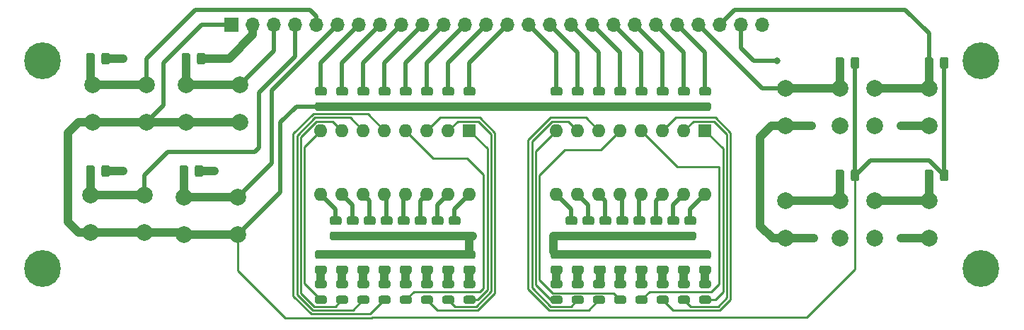
<source format=gbr>
%TF.GenerationSoftware,KiCad,Pcbnew,(5.1.9-0-10_14)*%
%TF.CreationDate,2021-07-06T13:22:30-04:00*%
%TF.ProjectId,prototyping-board,70726f74-6f74-4797-9069-6e672d626f61,rev?*%
%TF.SameCoordinates,Original*%
%TF.FileFunction,Copper,L1,Top*%
%TF.FilePolarity,Positive*%
%FSLAX46Y46*%
G04 Gerber Fmt 4.6, Leading zero omitted, Abs format (unit mm)*
G04 Created by KiCad (PCBNEW (5.1.9-0-10_14)) date 2021-07-06 13:22:30*
%MOMM*%
%LPD*%
G01*
G04 APERTURE LIST*
%TA.AperFunction,ComponentPad*%
%ADD10C,4.400000*%
%TD*%
%TA.AperFunction,ComponentPad*%
%ADD11C,0.700000*%
%TD*%
%TA.AperFunction,ComponentPad*%
%ADD12O,1.600000X1.600000*%
%TD*%
%TA.AperFunction,ComponentPad*%
%ADD13R,1.600000X1.600000*%
%TD*%
%TA.AperFunction,ComponentPad*%
%ADD14O,1.700000X1.700000*%
%TD*%
%TA.AperFunction,ComponentPad*%
%ADD15R,1.700000X1.700000*%
%TD*%
%TA.AperFunction,ComponentPad*%
%ADD16C,2.000000*%
%TD*%
%TA.AperFunction,ViaPad*%
%ADD17C,0.800000*%
%TD*%
%TA.AperFunction,Conductor*%
%ADD18C,0.500000*%
%TD*%
%TA.AperFunction,Conductor*%
%ADD19C,1.000000*%
%TD*%
%TA.AperFunction,Conductor*%
%ADD20C,0.250000*%
%TD*%
G04 APERTURE END LIST*
D10*
%TO.P,REF\u002A\u002A,1*%
%TO.N,N/C*%
X43434000Y-126746000D03*
D11*
X45084000Y-126746000D03*
X44600726Y-127912726D03*
X43434000Y-128396000D03*
X42267274Y-127912726D03*
X41784000Y-126746000D03*
X42267274Y-125579274D03*
X43434000Y-125096000D03*
X44600726Y-125579274D03*
%TD*%
%TO.P,REF\u002A\u002A,1*%
%TO.N,N/C*%
X44600726Y-100687274D03*
X43434000Y-100204000D03*
X42267274Y-100687274D03*
X41784000Y-101854000D03*
X42267274Y-103020726D03*
X43434000Y-103504000D03*
X44600726Y-103020726D03*
X45084000Y-101854000D03*
D10*
X43434000Y-101854000D03*
%TD*%
D11*
%TO.P,REF\u002A\u002A,1*%
%TO.N,N/C*%
X156868726Y-125579274D03*
X155702000Y-125096000D03*
X154535274Y-125579274D03*
X154052000Y-126746000D03*
X154535274Y-127912726D03*
X155702000Y-128396000D03*
X156868726Y-127912726D03*
X157352000Y-126746000D03*
D10*
X155702000Y-126746000D03*
%TD*%
%TO.P,R56,2*%
%TO.N,GND*%
%TA.AperFunction,SMDPad,CuDef*%
G36*
G01*
X123132001Y-125584000D02*
X122231999Y-125584000D01*
G75*
G02*
X121982000Y-125334001I0J249999D01*
G01*
X121982000Y-124808999D01*
G75*
G02*
X122231999Y-124559000I249999J0D01*
G01*
X123132001Y-124559000D01*
G75*
G02*
X123382000Y-124808999I0J-249999D01*
G01*
X123382000Y-125334001D01*
G75*
G02*
X123132001Y-125584000I-249999J0D01*
G01*
G37*
%TD.AperFunction*%
%TO.P,R56,1*%
%TO.N,Net-(D16-Pad1)*%
%TA.AperFunction,SMDPad,CuDef*%
G36*
G01*
X123132001Y-127409000D02*
X122231999Y-127409000D01*
G75*
G02*
X121982000Y-127159001I0J249999D01*
G01*
X121982000Y-126633999D01*
G75*
G02*
X122231999Y-126384000I249999J0D01*
G01*
X123132001Y-126384000D01*
G75*
G02*
X123382000Y-126633999I0J-249999D01*
G01*
X123382000Y-127159001D01*
G75*
G02*
X123132001Y-127409000I-249999J0D01*
G01*
G37*
%TD.AperFunction*%
%TD*%
%TO.P,R55,2*%
%TO.N,GND*%
%TA.AperFunction,SMDPad,CuDef*%
G36*
G01*
X120592001Y-125584000D02*
X119691999Y-125584000D01*
G75*
G02*
X119442000Y-125334001I0J249999D01*
G01*
X119442000Y-124808999D01*
G75*
G02*
X119691999Y-124559000I249999J0D01*
G01*
X120592001Y-124559000D01*
G75*
G02*
X120842000Y-124808999I0J-249999D01*
G01*
X120842000Y-125334001D01*
G75*
G02*
X120592001Y-125584000I-249999J0D01*
G01*
G37*
%TD.AperFunction*%
%TO.P,R55,1*%
%TO.N,Net-(D15-Pad1)*%
%TA.AperFunction,SMDPad,CuDef*%
G36*
G01*
X120592001Y-127409000D02*
X119691999Y-127409000D01*
G75*
G02*
X119442000Y-127159001I0J249999D01*
G01*
X119442000Y-126633999D01*
G75*
G02*
X119691999Y-126384000I249999J0D01*
G01*
X120592001Y-126384000D01*
G75*
G02*
X120842000Y-126633999I0J-249999D01*
G01*
X120842000Y-127159001D01*
G75*
G02*
X120592001Y-127409000I-249999J0D01*
G01*
G37*
%TD.AperFunction*%
%TD*%
%TO.P,R54,2*%
%TO.N,GND*%
%TA.AperFunction,SMDPad,CuDef*%
G36*
G01*
X118052001Y-125584000D02*
X117151999Y-125584000D01*
G75*
G02*
X116902000Y-125334001I0J249999D01*
G01*
X116902000Y-124808999D01*
G75*
G02*
X117151999Y-124559000I249999J0D01*
G01*
X118052001Y-124559000D01*
G75*
G02*
X118302000Y-124808999I0J-249999D01*
G01*
X118302000Y-125334001D01*
G75*
G02*
X118052001Y-125584000I-249999J0D01*
G01*
G37*
%TD.AperFunction*%
%TO.P,R54,1*%
%TO.N,Net-(D14-Pad1)*%
%TA.AperFunction,SMDPad,CuDef*%
G36*
G01*
X118052001Y-127409000D02*
X117151999Y-127409000D01*
G75*
G02*
X116902000Y-127159001I0J249999D01*
G01*
X116902000Y-126633999D01*
G75*
G02*
X117151999Y-126384000I249999J0D01*
G01*
X118052001Y-126384000D01*
G75*
G02*
X118302000Y-126633999I0J-249999D01*
G01*
X118302000Y-127159001D01*
G75*
G02*
X118052001Y-127409000I-249999J0D01*
G01*
G37*
%TD.AperFunction*%
%TD*%
%TO.P,R53,2*%
%TO.N,GND*%
%TA.AperFunction,SMDPad,CuDef*%
G36*
G01*
X115512001Y-125584000D02*
X114611999Y-125584000D01*
G75*
G02*
X114362000Y-125334001I0J249999D01*
G01*
X114362000Y-124808999D01*
G75*
G02*
X114611999Y-124559000I249999J0D01*
G01*
X115512001Y-124559000D01*
G75*
G02*
X115762000Y-124808999I0J-249999D01*
G01*
X115762000Y-125334001D01*
G75*
G02*
X115512001Y-125584000I-249999J0D01*
G01*
G37*
%TD.AperFunction*%
%TO.P,R53,1*%
%TO.N,Net-(D13-Pad1)*%
%TA.AperFunction,SMDPad,CuDef*%
G36*
G01*
X115512001Y-127409000D02*
X114611999Y-127409000D01*
G75*
G02*
X114362000Y-127159001I0J249999D01*
G01*
X114362000Y-126633999D01*
G75*
G02*
X114611999Y-126384000I249999J0D01*
G01*
X115512001Y-126384000D01*
G75*
G02*
X115762000Y-126633999I0J-249999D01*
G01*
X115762000Y-127159001D01*
G75*
G02*
X115512001Y-127409000I-249999J0D01*
G01*
G37*
%TD.AperFunction*%
%TD*%
%TO.P,R52,2*%
%TO.N,GND*%
%TA.AperFunction,SMDPad,CuDef*%
G36*
G01*
X112972001Y-125584000D02*
X112071999Y-125584000D01*
G75*
G02*
X111822000Y-125334001I0J249999D01*
G01*
X111822000Y-124808999D01*
G75*
G02*
X112071999Y-124559000I249999J0D01*
G01*
X112972001Y-124559000D01*
G75*
G02*
X113222000Y-124808999I0J-249999D01*
G01*
X113222000Y-125334001D01*
G75*
G02*
X112972001Y-125584000I-249999J0D01*
G01*
G37*
%TD.AperFunction*%
%TO.P,R52,1*%
%TO.N,Net-(D12-Pad1)*%
%TA.AperFunction,SMDPad,CuDef*%
G36*
G01*
X112972001Y-127409000D02*
X112071999Y-127409000D01*
G75*
G02*
X111822000Y-127159001I0J249999D01*
G01*
X111822000Y-126633999D01*
G75*
G02*
X112071999Y-126384000I249999J0D01*
G01*
X112972001Y-126384000D01*
G75*
G02*
X113222000Y-126633999I0J-249999D01*
G01*
X113222000Y-127159001D01*
G75*
G02*
X112972001Y-127409000I-249999J0D01*
G01*
G37*
%TD.AperFunction*%
%TD*%
%TO.P,R51,2*%
%TO.N,GND*%
%TA.AperFunction,SMDPad,CuDef*%
G36*
G01*
X110524001Y-125584000D02*
X109623999Y-125584000D01*
G75*
G02*
X109374000Y-125334001I0J249999D01*
G01*
X109374000Y-124808999D01*
G75*
G02*
X109623999Y-124559000I249999J0D01*
G01*
X110524001Y-124559000D01*
G75*
G02*
X110774000Y-124808999I0J-249999D01*
G01*
X110774000Y-125334001D01*
G75*
G02*
X110524001Y-125584000I-249999J0D01*
G01*
G37*
%TD.AperFunction*%
%TO.P,R51,1*%
%TO.N,Net-(D11-Pad1)*%
%TA.AperFunction,SMDPad,CuDef*%
G36*
G01*
X110524001Y-127409000D02*
X109623999Y-127409000D01*
G75*
G02*
X109374000Y-127159001I0J249999D01*
G01*
X109374000Y-126633999D01*
G75*
G02*
X109623999Y-126384000I249999J0D01*
G01*
X110524001Y-126384000D01*
G75*
G02*
X110774000Y-126633999I0J-249999D01*
G01*
X110774000Y-127159001D01*
G75*
G02*
X110524001Y-127409000I-249999J0D01*
G01*
G37*
%TD.AperFunction*%
%TD*%
%TO.P,R50,2*%
%TO.N,GND*%
%TA.AperFunction,SMDPad,CuDef*%
G36*
G01*
X107892001Y-125584000D02*
X106991999Y-125584000D01*
G75*
G02*
X106742000Y-125334001I0J249999D01*
G01*
X106742000Y-124808999D01*
G75*
G02*
X106991999Y-124559000I249999J0D01*
G01*
X107892001Y-124559000D01*
G75*
G02*
X108142000Y-124808999I0J-249999D01*
G01*
X108142000Y-125334001D01*
G75*
G02*
X107892001Y-125584000I-249999J0D01*
G01*
G37*
%TD.AperFunction*%
%TO.P,R50,1*%
%TO.N,Net-(D10-Pad1)*%
%TA.AperFunction,SMDPad,CuDef*%
G36*
G01*
X107892001Y-127409000D02*
X106991999Y-127409000D01*
G75*
G02*
X106742000Y-127159001I0J249999D01*
G01*
X106742000Y-126633999D01*
G75*
G02*
X106991999Y-126384000I249999J0D01*
G01*
X107892001Y-126384000D01*
G75*
G02*
X108142000Y-126633999I0J-249999D01*
G01*
X108142000Y-127159001D01*
G75*
G02*
X107892001Y-127409000I-249999J0D01*
G01*
G37*
%TD.AperFunction*%
%TD*%
%TO.P,R49,2*%
%TO.N,GND*%
%TA.AperFunction,SMDPad,CuDef*%
G36*
G01*
X105352001Y-125584000D02*
X104451999Y-125584000D01*
G75*
G02*
X104202000Y-125334001I0J249999D01*
G01*
X104202000Y-124808999D01*
G75*
G02*
X104451999Y-124559000I249999J0D01*
G01*
X105352001Y-124559000D01*
G75*
G02*
X105602000Y-124808999I0J-249999D01*
G01*
X105602000Y-125334001D01*
G75*
G02*
X105352001Y-125584000I-249999J0D01*
G01*
G37*
%TD.AperFunction*%
%TO.P,R49,1*%
%TO.N,Net-(D9-Pad1)*%
%TA.AperFunction,SMDPad,CuDef*%
G36*
G01*
X105352001Y-127409000D02*
X104451999Y-127409000D01*
G75*
G02*
X104202000Y-127159001I0J249999D01*
G01*
X104202000Y-126633999D01*
G75*
G02*
X104451999Y-126384000I249999J0D01*
G01*
X105352001Y-126384000D01*
G75*
G02*
X105602000Y-126633999I0J-249999D01*
G01*
X105602000Y-127159001D01*
G75*
G02*
X105352001Y-127409000I-249999J0D01*
G01*
G37*
%TD.AperFunction*%
%TD*%
%TO.P,D16,2*%
%TO.N,/B0*%
%TA.AperFunction,SMDPad,CuDef*%
G36*
G01*
X122225750Y-129990000D02*
X123138250Y-129990000D01*
G75*
G02*
X123382000Y-130233750I0J-243750D01*
G01*
X123382000Y-130721250D01*
G75*
G02*
X123138250Y-130965000I-243750J0D01*
G01*
X122225750Y-130965000D01*
G75*
G02*
X121982000Y-130721250I0J243750D01*
G01*
X121982000Y-130233750D01*
G75*
G02*
X122225750Y-129990000I243750J0D01*
G01*
G37*
%TD.AperFunction*%
%TO.P,D16,1*%
%TO.N,Net-(D16-Pad1)*%
%TA.AperFunction,SMDPad,CuDef*%
G36*
G01*
X122225750Y-128115000D02*
X123138250Y-128115000D01*
G75*
G02*
X123382000Y-128358750I0J-243750D01*
G01*
X123382000Y-128846250D01*
G75*
G02*
X123138250Y-129090000I-243750J0D01*
G01*
X122225750Y-129090000D01*
G75*
G02*
X121982000Y-128846250I0J243750D01*
G01*
X121982000Y-128358750D01*
G75*
G02*
X122225750Y-128115000I243750J0D01*
G01*
G37*
%TD.AperFunction*%
%TD*%
%TO.P,D15,2*%
%TO.N,/B1*%
%TA.AperFunction,SMDPad,CuDef*%
G36*
G01*
X119685750Y-129990000D02*
X120598250Y-129990000D01*
G75*
G02*
X120842000Y-130233750I0J-243750D01*
G01*
X120842000Y-130721250D01*
G75*
G02*
X120598250Y-130965000I-243750J0D01*
G01*
X119685750Y-130965000D01*
G75*
G02*
X119442000Y-130721250I0J243750D01*
G01*
X119442000Y-130233750D01*
G75*
G02*
X119685750Y-129990000I243750J0D01*
G01*
G37*
%TD.AperFunction*%
%TO.P,D15,1*%
%TO.N,Net-(D15-Pad1)*%
%TA.AperFunction,SMDPad,CuDef*%
G36*
G01*
X119685750Y-128115000D02*
X120598250Y-128115000D01*
G75*
G02*
X120842000Y-128358750I0J-243750D01*
G01*
X120842000Y-128846250D01*
G75*
G02*
X120598250Y-129090000I-243750J0D01*
G01*
X119685750Y-129090000D01*
G75*
G02*
X119442000Y-128846250I0J243750D01*
G01*
X119442000Y-128358750D01*
G75*
G02*
X119685750Y-128115000I243750J0D01*
G01*
G37*
%TD.AperFunction*%
%TD*%
%TO.P,D14,2*%
%TO.N,/B2*%
%TA.AperFunction,SMDPad,CuDef*%
G36*
G01*
X117145750Y-129990000D02*
X118058250Y-129990000D01*
G75*
G02*
X118302000Y-130233750I0J-243750D01*
G01*
X118302000Y-130721250D01*
G75*
G02*
X118058250Y-130965000I-243750J0D01*
G01*
X117145750Y-130965000D01*
G75*
G02*
X116902000Y-130721250I0J243750D01*
G01*
X116902000Y-130233750D01*
G75*
G02*
X117145750Y-129990000I243750J0D01*
G01*
G37*
%TD.AperFunction*%
%TO.P,D14,1*%
%TO.N,Net-(D14-Pad1)*%
%TA.AperFunction,SMDPad,CuDef*%
G36*
G01*
X117145750Y-128115000D02*
X118058250Y-128115000D01*
G75*
G02*
X118302000Y-128358750I0J-243750D01*
G01*
X118302000Y-128846250D01*
G75*
G02*
X118058250Y-129090000I-243750J0D01*
G01*
X117145750Y-129090000D01*
G75*
G02*
X116902000Y-128846250I0J243750D01*
G01*
X116902000Y-128358750D01*
G75*
G02*
X117145750Y-128115000I243750J0D01*
G01*
G37*
%TD.AperFunction*%
%TD*%
%TO.P,D13,2*%
%TO.N,/B3*%
%TA.AperFunction,SMDPad,CuDef*%
G36*
G01*
X114605750Y-129990000D02*
X115518250Y-129990000D01*
G75*
G02*
X115762000Y-130233750I0J-243750D01*
G01*
X115762000Y-130721250D01*
G75*
G02*
X115518250Y-130965000I-243750J0D01*
G01*
X114605750Y-130965000D01*
G75*
G02*
X114362000Y-130721250I0J243750D01*
G01*
X114362000Y-130233750D01*
G75*
G02*
X114605750Y-129990000I243750J0D01*
G01*
G37*
%TD.AperFunction*%
%TO.P,D13,1*%
%TO.N,Net-(D13-Pad1)*%
%TA.AperFunction,SMDPad,CuDef*%
G36*
G01*
X114605750Y-128115000D02*
X115518250Y-128115000D01*
G75*
G02*
X115762000Y-128358750I0J-243750D01*
G01*
X115762000Y-128846250D01*
G75*
G02*
X115518250Y-129090000I-243750J0D01*
G01*
X114605750Y-129090000D01*
G75*
G02*
X114362000Y-128846250I0J243750D01*
G01*
X114362000Y-128358750D01*
G75*
G02*
X114605750Y-128115000I243750J0D01*
G01*
G37*
%TD.AperFunction*%
%TD*%
%TO.P,D12,2*%
%TO.N,/B4*%
%TA.AperFunction,SMDPad,CuDef*%
G36*
G01*
X112065750Y-129990000D02*
X112978250Y-129990000D01*
G75*
G02*
X113222000Y-130233750I0J-243750D01*
G01*
X113222000Y-130721250D01*
G75*
G02*
X112978250Y-130965000I-243750J0D01*
G01*
X112065750Y-130965000D01*
G75*
G02*
X111822000Y-130721250I0J243750D01*
G01*
X111822000Y-130233750D01*
G75*
G02*
X112065750Y-129990000I243750J0D01*
G01*
G37*
%TD.AperFunction*%
%TO.P,D12,1*%
%TO.N,Net-(D12-Pad1)*%
%TA.AperFunction,SMDPad,CuDef*%
G36*
G01*
X112065750Y-128115000D02*
X112978250Y-128115000D01*
G75*
G02*
X113222000Y-128358750I0J-243750D01*
G01*
X113222000Y-128846250D01*
G75*
G02*
X112978250Y-129090000I-243750J0D01*
G01*
X112065750Y-129090000D01*
G75*
G02*
X111822000Y-128846250I0J243750D01*
G01*
X111822000Y-128358750D01*
G75*
G02*
X112065750Y-128115000I243750J0D01*
G01*
G37*
%TD.AperFunction*%
%TD*%
%TO.P,D11,2*%
%TO.N,/B5*%
%TA.AperFunction,SMDPad,CuDef*%
G36*
G01*
X109525750Y-129990000D02*
X110438250Y-129990000D01*
G75*
G02*
X110682000Y-130233750I0J-243750D01*
G01*
X110682000Y-130721250D01*
G75*
G02*
X110438250Y-130965000I-243750J0D01*
G01*
X109525750Y-130965000D01*
G75*
G02*
X109282000Y-130721250I0J243750D01*
G01*
X109282000Y-130233750D01*
G75*
G02*
X109525750Y-129990000I243750J0D01*
G01*
G37*
%TD.AperFunction*%
%TO.P,D11,1*%
%TO.N,Net-(D11-Pad1)*%
%TA.AperFunction,SMDPad,CuDef*%
G36*
G01*
X109525750Y-128115000D02*
X110438250Y-128115000D01*
G75*
G02*
X110682000Y-128358750I0J-243750D01*
G01*
X110682000Y-128846250D01*
G75*
G02*
X110438250Y-129090000I-243750J0D01*
G01*
X109525750Y-129090000D01*
G75*
G02*
X109282000Y-128846250I0J243750D01*
G01*
X109282000Y-128358750D01*
G75*
G02*
X109525750Y-128115000I243750J0D01*
G01*
G37*
%TD.AperFunction*%
%TD*%
%TO.P,D10,2*%
%TO.N,/B6*%
%TA.AperFunction,SMDPad,CuDef*%
G36*
G01*
X106985750Y-129990000D02*
X107898250Y-129990000D01*
G75*
G02*
X108142000Y-130233750I0J-243750D01*
G01*
X108142000Y-130721250D01*
G75*
G02*
X107898250Y-130965000I-243750J0D01*
G01*
X106985750Y-130965000D01*
G75*
G02*
X106742000Y-130721250I0J243750D01*
G01*
X106742000Y-130233750D01*
G75*
G02*
X106985750Y-129990000I243750J0D01*
G01*
G37*
%TD.AperFunction*%
%TO.P,D10,1*%
%TO.N,Net-(D10-Pad1)*%
%TA.AperFunction,SMDPad,CuDef*%
G36*
G01*
X106985750Y-128115000D02*
X107898250Y-128115000D01*
G75*
G02*
X108142000Y-128358750I0J-243750D01*
G01*
X108142000Y-128846250D01*
G75*
G02*
X107898250Y-129090000I-243750J0D01*
G01*
X106985750Y-129090000D01*
G75*
G02*
X106742000Y-128846250I0J243750D01*
G01*
X106742000Y-128358750D01*
G75*
G02*
X106985750Y-128115000I243750J0D01*
G01*
G37*
%TD.AperFunction*%
%TD*%
%TO.P,D9,2*%
%TO.N,/B7*%
%TA.AperFunction,SMDPad,CuDef*%
G36*
G01*
X104445750Y-129990000D02*
X105358250Y-129990000D01*
G75*
G02*
X105602000Y-130233750I0J-243750D01*
G01*
X105602000Y-130721250D01*
G75*
G02*
X105358250Y-130965000I-243750J0D01*
G01*
X104445750Y-130965000D01*
G75*
G02*
X104202000Y-130721250I0J243750D01*
G01*
X104202000Y-130233750D01*
G75*
G02*
X104445750Y-129990000I243750J0D01*
G01*
G37*
%TD.AperFunction*%
%TO.P,D9,1*%
%TO.N,Net-(D9-Pad1)*%
%TA.AperFunction,SMDPad,CuDef*%
G36*
G01*
X104445750Y-128115000D02*
X105358250Y-128115000D01*
G75*
G02*
X105602000Y-128358750I0J-243750D01*
G01*
X105602000Y-128846250D01*
G75*
G02*
X105358250Y-129090000I-243750J0D01*
G01*
X104445750Y-129090000D01*
G75*
G02*
X104202000Y-128846250I0J243750D01*
G01*
X104202000Y-128358750D01*
G75*
G02*
X104445750Y-128115000I243750J0D01*
G01*
G37*
%TD.AperFunction*%
%TD*%
%TO.P,R48,2*%
%TO.N,GND*%
%TA.AperFunction,SMDPad,CuDef*%
G36*
G01*
X94938001Y-125584000D02*
X94037999Y-125584000D01*
G75*
G02*
X93788000Y-125334001I0J249999D01*
G01*
X93788000Y-124808999D01*
G75*
G02*
X94037999Y-124559000I249999J0D01*
G01*
X94938001Y-124559000D01*
G75*
G02*
X95188000Y-124808999I0J-249999D01*
G01*
X95188000Y-125334001D01*
G75*
G02*
X94938001Y-125584000I-249999J0D01*
G01*
G37*
%TD.AperFunction*%
%TO.P,R48,1*%
%TO.N,Net-(D8-Pad1)*%
%TA.AperFunction,SMDPad,CuDef*%
G36*
G01*
X94938001Y-127409000D02*
X94037999Y-127409000D01*
G75*
G02*
X93788000Y-127159001I0J249999D01*
G01*
X93788000Y-126633999D01*
G75*
G02*
X94037999Y-126384000I249999J0D01*
G01*
X94938001Y-126384000D01*
G75*
G02*
X95188000Y-126633999I0J-249999D01*
G01*
X95188000Y-127159001D01*
G75*
G02*
X94938001Y-127409000I-249999J0D01*
G01*
G37*
%TD.AperFunction*%
%TD*%
%TO.P,R47,2*%
%TO.N,GND*%
%TA.AperFunction,SMDPad,CuDef*%
G36*
G01*
X92398001Y-125584000D02*
X91497999Y-125584000D01*
G75*
G02*
X91248000Y-125334001I0J249999D01*
G01*
X91248000Y-124808999D01*
G75*
G02*
X91497999Y-124559000I249999J0D01*
G01*
X92398001Y-124559000D01*
G75*
G02*
X92648000Y-124808999I0J-249999D01*
G01*
X92648000Y-125334001D01*
G75*
G02*
X92398001Y-125584000I-249999J0D01*
G01*
G37*
%TD.AperFunction*%
%TO.P,R47,1*%
%TO.N,Net-(D7-Pad1)*%
%TA.AperFunction,SMDPad,CuDef*%
G36*
G01*
X92398001Y-127409000D02*
X91497999Y-127409000D01*
G75*
G02*
X91248000Y-127159001I0J249999D01*
G01*
X91248000Y-126633999D01*
G75*
G02*
X91497999Y-126384000I249999J0D01*
G01*
X92398001Y-126384000D01*
G75*
G02*
X92648000Y-126633999I0J-249999D01*
G01*
X92648000Y-127159001D01*
G75*
G02*
X92398001Y-127409000I-249999J0D01*
G01*
G37*
%TD.AperFunction*%
%TD*%
%TO.P,R46,2*%
%TO.N,GND*%
%TA.AperFunction,SMDPad,CuDef*%
G36*
G01*
X89858001Y-125584000D02*
X88957999Y-125584000D01*
G75*
G02*
X88708000Y-125334001I0J249999D01*
G01*
X88708000Y-124808999D01*
G75*
G02*
X88957999Y-124559000I249999J0D01*
G01*
X89858001Y-124559000D01*
G75*
G02*
X90108000Y-124808999I0J-249999D01*
G01*
X90108000Y-125334001D01*
G75*
G02*
X89858001Y-125584000I-249999J0D01*
G01*
G37*
%TD.AperFunction*%
%TO.P,R46,1*%
%TO.N,Net-(D6-Pad1)*%
%TA.AperFunction,SMDPad,CuDef*%
G36*
G01*
X89858001Y-127409000D02*
X88957999Y-127409000D01*
G75*
G02*
X88708000Y-127159001I0J249999D01*
G01*
X88708000Y-126633999D01*
G75*
G02*
X88957999Y-126384000I249999J0D01*
G01*
X89858001Y-126384000D01*
G75*
G02*
X90108000Y-126633999I0J-249999D01*
G01*
X90108000Y-127159001D01*
G75*
G02*
X89858001Y-127409000I-249999J0D01*
G01*
G37*
%TD.AperFunction*%
%TD*%
%TO.P,R45,2*%
%TO.N,GND*%
%TA.AperFunction,SMDPad,CuDef*%
G36*
G01*
X87318001Y-125584000D02*
X86417999Y-125584000D01*
G75*
G02*
X86168000Y-125334001I0J249999D01*
G01*
X86168000Y-124808999D01*
G75*
G02*
X86417999Y-124559000I249999J0D01*
G01*
X87318001Y-124559000D01*
G75*
G02*
X87568000Y-124808999I0J-249999D01*
G01*
X87568000Y-125334001D01*
G75*
G02*
X87318001Y-125584000I-249999J0D01*
G01*
G37*
%TD.AperFunction*%
%TO.P,R45,1*%
%TO.N,Net-(D5-Pad1)*%
%TA.AperFunction,SMDPad,CuDef*%
G36*
G01*
X87318001Y-127409000D02*
X86417999Y-127409000D01*
G75*
G02*
X86168000Y-127159001I0J249999D01*
G01*
X86168000Y-126633999D01*
G75*
G02*
X86417999Y-126384000I249999J0D01*
G01*
X87318001Y-126384000D01*
G75*
G02*
X87568000Y-126633999I0J-249999D01*
G01*
X87568000Y-127159001D01*
G75*
G02*
X87318001Y-127409000I-249999J0D01*
G01*
G37*
%TD.AperFunction*%
%TD*%
%TO.P,R44,2*%
%TO.N,GND*%
%TA.AperFunction,SMDPad,CuDef*%
G36*
G01*
X84778001Y-125584000D02*
X83877999Y-125584000D01*
G75*
G02*
X83628000Y-125334001I0J249999D01*
G01*
X83628000Y-124808999D01*
G75*
G02*
X83877999Y-124559000I249999J0D01*
G01*
X84778001Y-124559000D01*
G75*
G02*
X85028000Y-124808999I0J-249999D01*
G01*
X85028000Y-125334001D01*
G75*
G02*
X84778001Y-125584000I-249999J0D01*
G01*
G37*
%TD.AperFunction*%
%TO.P,R44,1*%
%TO.N,Net-(D4-Pad1)*%
%TA.AperFunction,SMDPad,CuDef*%
G36*
G01*
X84778001Y-127409000D02*
X83877999Y-127409000D01*
G75*
G02*
X83628000Y-127159001I0J249999D01*
G01*
X83628000Y-126633999D01*
G75*
G02*
X83877999Y-126384000I249999J0D01*
G01*
X84778001Y-126384000D01*
G75*
G02*
X85028000Y-126633999I0J-249999D01*
G01*
X85028000Y-127159001D01*
G75*
G02*
X84778001Y-127409000I-249999J0D01*
G01*
G37*
%TD.AperFunction*%
%TD*%
%TO.P,R43,2*%
%TO.N,GND*%
%TA.AperFunction,SMDPad,CuDef*%
G36*
G01*
X82238001Y-125584000D02*
X81337999Y-125584000D01*
G75*
G02*
X81088000Y-125334001I0J249999D01*
G01*
X81088000Y-124808999D01*
G75*
G02*
X81337999Y-124559000I249999J0D01*
G01*
X82238001Y-124559000D01*
G75*
G02*
X82488000Y-124808999I0J-249999D01*
G01*
X82488000Y-125334001D01*
G75*
G02*
X82238001Y-125584000I-249999J0D01*
G01*
G37*
%TD.AperFunction*%
%TO.P,R43,1*%
%TO.N,Net-(D3-Pad1)*%
%TA.AperFunction,SMDPad,CuDef*%
G36*
G01*
X82238001Y-127409000D02*
X81337999Y-127409000D01*
G75*
G02*
X81088000Y-127159001I0J249999D01*
G01*
X81088000Y-126633999D01*
G75*
G02*
X81337999Y-126384000I249999J0D01*
G01*
X82238001Y-126384000D01*
G75*
G02*
X82488000Y-126633999I0J-249999D01*
G01*
X82488000Y-127159001D01*
G75*
G02*
X82238001Y-127409000I-249999J0D01*
G01*
G37*
%TD.AperFunction*%
%TD*%
%TO.P,R42,2*%
%TO.N,GND*%
%TA.AperFunction,SMDPad,CuDef*%
G36*
G01*
X79698001Y-125584000D02*
X78797999Y-125584000D01*
G75*
G02*
X78548000Y-125334001I0J249999D01*
G01*
X78548000Y-124808999D01*
G75*
G02*
X78797999Y-124559000I249999J0D01*
G01*
X79698001Y-124559000D01*
G75*
G02*
X79948000Y-124808999I0J-249999D01*
G01*
X79948000Y-125334001D01*
G75*
G02*
X79698001Y-125584000I-249999J0D01*
G01*
G37*
%TD.AperFunction*%
%TO.P,R42,1*%
%TO.N,Net-(D2-Pad1)*%
%TA.AperFunction,SMDPad,CuDef*%
G36*
G01*
X79698001Y-127409000D02*
X78797999Y-127409000D01*
G75*
G02*
X78548000Y-127159001I0J249999D01*
G01*
X78548000Y-126633999D01*
G75*
G02*
X78797999Y-126384000I249999J0D01*
G01*
X79698001Y-126384000D01*
G75*
G02*
X79948000Y-126633999I0J-249999D01*
G01*
X79948000Y-127159001D01*
G75*
G02*
X79698001Y-127409000I-249999J0D01*
G01*
G37*
%TD.AperFunction*%
%TD*%
%TO.P,D8,2*%
%TO.N,/A0*%
%TA.AperFunction,SMDPad,CuDef*%
G36*
G01*
X94031750Y-129990000D02*
X94944250Y-129990000D01*
G75*
G02*
X95188000Y-130233750I0J-243750D01*
G01*
X95188000Y-130721250D01*
G75*
G02*
X94944250Y-130965000I-243750J0D01*
G01*
X94031750Y-130965000D01*
G75*
G02*
X93788000Y-130721250I0J243750D01*
G01*
X93788000Y-130233750D01*
G75*
G02*
X94031750Y-129990000I243750J0D01*
G01*
G37*
%TD.AperFunction*%
%TO.P,D8,1*%
%TO.N,Net-(D8-Pad1)*%
%TA.AperFunction,SMDPad,CuDef*%
G36*
G01*
X94031750Y-128115000D02*
X94944250Y-128115000D01*
G75*
G02*
X95188000Y-128358750I0J-243750D01*
G01*
X95188000Y-128846250D01*
G75*
G02*
X94944250Y-129090000I-243750J0D01*
G01*
X94031750Y-129090000D01*
G75*
G02*
X93788000Y-128846250I0J243750D01*
G01*
X93788000Y-128358750D01*
G75*
G02*
X94031750Y-128115000I243750J0D01*
G01*
G37*
%TD.AperFunction*%
%TD*%
%TO.P,D7,2*%
%TO.N,/A1*%
%TA.AperFunction,SMDPad,CuDef*%
G36*
G01*
X91491750Y-129990000D02*
X92404250Y-129990000D01*
G75*
G02*
X92648000Y-130233750I0J-243750D01*
G01*
X92648000Y-130721250D01*
G75*
G02*
X92404250Y-130965000I-243750J0D01*
G01*
X91491750Y-130965000D01*
G75*
G02*
X91248000Y-130721250I0J243750D01*
G01*
X91248000Y-130233750D01*
G75*
G02*
X91491750Y-129990000I243750J0D01*
G01*
G37*
%TD.AperFunction*%
%TO.P,D7,1*%
%TO.N,Net-(D7-Pad1)*%
%TA.AperFunction,SMDPad,CuDef*%
G36*
G01*
X91491750Y-128115000D02*
X92404250Y-128115000D01*
G75*
G02*
X92648000Y-128358750I0J-243750D01*
G01*
X92648000Y-128846250D01*
G75*
G02*
X92404250Y-129090000I-243750J0D01*
G01*
X91491750Y-129090000D01*
G75*
G02*
X91248000Y-128846250I0J243750D01*
G01*
X91248000Y-128358750D01*
G75*
G02*
X91491750Y-128115000I243750J0D01*
G01*
G37*
%TD.AperFunction*%
%TD*%
%TO.P,D6,2*%
%TO.N,/A2*%
%TA.AperFunction,SMDPad,CuDef*%
G36*
G01*
X88951750Y-129990000D02*
X89864250Y-129990000D01*
G75*
G02*
X90108000Y-130233750I0J-243750D01*
G01*
X90108000Y-130721250D01*
G75*
G02*
X89864250Y-130965000I-243750J0D01*
G01*
X88951750Y-130965000D01*
G75*
G02*
X88708000Y-130721250I0J243750D01*
G01*
X88708000Y-130233750D01*
G75*
G02*
X88951750Y-129990000I243750J0D01*
G01*
G37*
%TD.AperFunction*%
%TO.P,D6,1*%
%TO.N,Net-(D6-Pad1)*%
%TA.AperFunction,SMDPad,CuDef*%
G36*
G01*
X88951750Y-128115000D02*
X89864250Y-128115000D01*
G75*
G02*
X90108000Y-128358750I0J-243750D01*
G01*
X90108000Y-128846250D01*
G75*
G02*
X89864250Y-129090000I-243750J0D01*
G01*
X88951750Y-129090000D01*
G75*
G02*
X88708000Y-128846250I0J243750D01*
G01*
X88708000Y-128358750D01*
G75*
G02*
X88951750Y-128115000I243750J0D01*
G01*
G37*
%TD.AperFunction*%
%TD*%
%TO.P,D5,2*%
%TO.N,/A3*%
%TA.AperFunction,SMDPad,CuDef*%
G36*
G01*
X86411750Y-129990000D02*
X87324250Y-129990000D01*
G75*
G02*
X87568000Y-130233750I0J-243750D01*
G01*
X87568000Y-130721250D01*
G75*
G02*
X87324250Y-130965000I-243750J0D01*
G01*
X86411750Y-130965000D01*
G75*
G02*
X86168000Y-130721250I0J243750D01*
G01*
X86168000Y-130233750D01*
G75*
G02*
X86411750Y-129990000I243750J0D01*
G01*
G37*
%TD.AperFunction*%
%TO.P,D5,1*%
%TO.N,Net-(D5-Pad1)*%
%TA.AperFunction,SMDPad,CuDef*%
G36*
G01*
X86411750Y-128115000D02*
X87324250Y-128115000D01*
G75*
G02*
X87568000Y-128358750I0J-243750D01*
G01*
X87568000Y-128846250D01*
G75*
G02*
X87324250Y-129090000I-243750J0D01*
G01*
X86411750Y-129090000D01*
G75*
G02*
X86168000Y-128846250I0J243750D01*
G01*
X86168000Y-128358750D01*
G75*
G02*
X86411750Y-128115000I243750J0D01*
G01*
G37*
%TD.AperFunction*%
%TD*%
%TO.P,D4,2*%
%TO.N,/A4*%
%TA.AperFunction,SMDPad,CuDef*%
G36*
G01*
X83871750Y-129990000D02*
X84784250Y-129990000D01*
G75*
G02*
X85028000Y-130233750I0J-243750D01*
G01*
X85028000Y-130721250D01*
G75*
G02*
X84784250Y-130965000I-243750J0D01*
G01*
X83871750Y-130965000D01*
G75*
G02*
X83628000Y-130721250I0J243750D01*
G01*
X83628000Y-130233750D01*
G75*
G02*
X83871750Y-129990000I243750J0D01*
G01*
G37*
%TD.AperFunction*%
%TO.P,D4,1*%
%TO.N,Net-(D4-Pad1)*%
%TA.AperFunction,SMDPad,CuDef*%
G36*
G01*
X83871750Y-128115000D02*
X84784250Y-128115000D01*
G75*
G02*
X85028000Y-128358750I0J-243750D01*
G01*
X85028000Y-128846250D01*
G75*
G02*
X84784250Y-129090000I-243750J0D01*
G01*
X83871750Y-129090000D01*
G75*
G02*
X83628000Y-128846250I0J243750D01*
G01*
X83628000Y-128358750D01*
G75*
G02*
X83871750Y-128115000I243750J0D01*
G01*
G37*
%TD.AperFunction*%
%TD*%
%TO.P,D3,2*%
%TO.N,/A5*%
%TA.AperFunction,SMDPad,CuDef*%
G36*
G01*
X81331750Y-129990000D02*
X82244250Y-129990000D01*
G75*
G02*
X82488000Y-130233750I0J-243750D01*
G01*
X82488000Y-130721250D01*
G75*
G02*
X82244250Y-130965000I-243750J0D01*
G01*
X81331750Y-130965000D01*
G75*
G02*
X81088000Y-130721250I0J243750D01*
G01*
X81088000Y-130233750D01*
G75*
G02*
X81331750Y-129990000I243750J0D01*
G01*
G37*
%TD.AperFunction*%
%TO.P,D3,1*%
%TO.N,Net-(D3-Pad1)*%
%TA.AperFunction,SMDPad,CuDef*%
G36*
G01*
X81331750Y-128115000D02*
X82244250Y-128115000D01*
G75*
G02*
X82488000Y-128358750I0J-243750D01*
G01*
X82488000Y-128846250D01*
G75*
G02*
X82244250Y-129090000I-243750J0D01*
G01*
X81331750Y-129090000D01*
G75*
G02*
X81088000Y-128846250I0J243750D01*
G01*
X81088000Y-128358750D01*
G75*
G02*
X81331750Y-128115000I243750J0D01*
G01*
G37*
%TD.AperFunction*%
%TD*%
%TO.P,D2,2*%
%TO.N,/A6*%
%TA.AperFunction,SMDPad,CuDef*%
G36*
G01*
X78791750Y-129990000D02*
X79704250Y-129990000D01*
G75*
G02*
X79948000Y-130233750I0J-243750D01*
G01*
X79948000Y-130721250D01*
G75*
G02*
X79704250Y-130965000I-243750J0D01*
G01*
X78791750Y-130965000D01*
G75*
G02*
X78548000Y-130721250I0J243750D01*
G01*
X78548000Y-130233750D01*
G75*
G02*
X78791750Y-129990000I243750J0D01*
G01*
G37*
%TD.AperFunction*%
%TO.P,D2,1*%
%TO.N,Net-(D2-Pad1)*%
%TA.AperFunction,SMDPad,CuDef*%
G36*
G01*
X78791750Y-128115000D02*
X79704250Y-128115000D01*
G75*
G02*
X79948000Y-128358750I0J-243750D01*
G01*
X79948000Y-128846250D01*
G75*
G02*
X79704250Y-129090000I-243750J0D01*
G01*
X78791750Y-129090000D01*
G75*
G02*
X78548000Y-128846250I0J243750D01*
G01*
X78548000Y-128358750D01*
G75*
G02*
X78791750Y-128115000I243750J0D01*
G01*
G37*
%TD.AperFunction*%
%TD*%
%TO.P,R41,2*%
%TO.N,GND*%
%TA.AperFunction,SMDPad,CuDef*%
G36*
G01*
X77158001Y-125584000D02*
X76257999Y-125584000D01*
G75*
G02*
X76008000Y-125334001I0J249999D01*
G01*
X76008000Y-124808999D01*
G75*
G02*
X76257999Y-124559000I249999J0D01*
G01*
X77158001Y-124559000D01*
G75*
G02*
X77408000Y-124808999I0J-249999D01*
G01*
X77408000Y-125334001D01*
G75*
G02*
X77158001Y-125584000I-249999J0D01*
G01*
G37*
%TD.AperFunction*%
%TO.P,R41,1*%
%TO.N,Net-(D1-Pad1)*%
%TA.AperFunction,SMDPad,CuDef*%
G36*
G01*
X77158001Y-127409000D02*
X76257999Y-127409000D01*
G75*
G02*
X76008000Y-127159001I0J249999D01*
G01*
X76008000Y-126633999D01*
G75*
G02*
X76257999Y-126384000I249999J0D01*
G01*
X77158001Y-126384000D01*
G75*
G02*
X77408000Y-126633999I0J-249999D01*
G01*
X77408000Y-127159001D01*
G75*
G02*
X77158001Y-127409000I-249999J0D01*
G01*
G37*
%TD.AperFunction*%
%TD*%
%TO.P,D1,2*%
%TO.N,/A7*%
%TA.AperFunction,SMDPad,CuDef*%
G36*
G01*
X76251750Y-129990000D02*
X77164250Y-129990000D01*
G75*
G02*
X77408000Y-130233750I0J-243750D01*
G01*
X77408000Y-130721250D01*
G75*
G02*
X77164250Y-130965000I-243750J0D01*
G01*
X76251750Y-130965000D01*
G75*
G02*
X76008000Y-130721250I0J243750D01*
G01*
X76008000Y-130233750D01*
G75*
G02*
X76251750Y-129990000I243750J0D01*
G01*
G37*
%TD.AperFunction*%
%TO.P,D1,1*%
%TO.N,Net-(D1-Pad1)*%
%TA.AperFunction,SMDPad,CuDef*%
G36*
G01*
X76251750Y-128115000D02*
X77164250Y-128115000D01*
G75*
G02*
X77408000Y-128358750I0J-243750D01*
G01*
X77408000Y-128846250D01*
G75*
G02*
X77164250Y-129090000I-243750J0D01*
G01*
X76251750Y-129090000D01*
G75*
G02*
X76008000Y-128846250I0J243750D01*
G01*
X76008000Y-128358750D01*
G75*
G02*
X76251750Y-128115000I243750J0D01*
G01*
G37*
%TD.AperFunction*%
%TD*%
D12*
%TO.P,SW8,16*%
%TO.N,Net-(R32-Pad1)*%
X122682000Y-117856000D03*
%TO.P,SW8,8*%
%TO.N,/B7*%
X104902000Y-110236000D03*
%TO.P,SW8,15*%
%TO.N,Net-(R31-Pad1)*%
X120142000Y-117856000D03*
%TO.P,SW8,7*%
%TO.N,/B6*%
X107442000Y-110236000D03*
%TO.P,SW8,14*%
%TO.N,Net-(R30-Pad1)*%
X117602000Y-117856000D03*
%TO.P,SW8,6*%
%TO.N,/B5*%
X109982000Y-110236000D03*
%TO.P,SW8,13*%
%TO.N,Net-(R29-Pad1)*%
X115062000Y-117856000D03*
%TO.P,SW8,5*%
%TO.N,/B4*%
X112522000Y-110236000D03*
%TO.P,SW8,12*%
%TO.N,Net-(R28-Pad1)*%
X112522000Y-117856000D03*
%TO.P,SW8,4*%
%TO.N,/B3*%
X115062000Y-110236000D03*
%TO.P,SW8,11*%
%TO.N,Net-(R27-Pad1)*%
X109982000Y-117856000D03*
%TO.P,SW8,3*%
%TO.N,/B2*%
X117602000Y-110236000D03*
%TO.P,SW8,10*%
%TO.N,Net-(R26-Pad1)*%
X107442000Y-117856000D03*
%TO.P,SW8,2*%
%TO.N,/B1*%
X120142000Y-110236000D03*
%TO.P,SW8,9*%
%TO.N,Net-(R25-Pad1)*%
X104902000Y-117856000D03*
D13*
%TO.P,SW8,1*%
%TO.N,/B0*%
X122682000Y-110236000D03*
%TD*%
D10*
%TO.P,REF\u002A\u002A,1*%
%TO.N,N/C*%
X155702000Y-101854000D03*
D11*
X157352000Y-101854000D03*
X156868726Y-103020726D03*
X155702000Y-103504000D03*
X154535274Y-103020726D03*
X154052000Y-101854000D03*
X154535274Y-100687274D03*
X155702000Y-100204000D03*
X156868726Y-100687274D03*
%TD*%
D14*
%TO.P,J1,26*%
%TO.N,Net-(J1-Pad26)*%
X129540000Y-97536000D03*
%TO.P,J1,25*%
%TO.N,Net-(J1-Pad25)*%
X127000000Y-97536000D03*
%TO.P,J1,24*%
%TO.N,Net-(J1-Pad24)*%
X124460000Y-97536000D03*
%TO.P,J1,23*%
%TO.N,Net-(J1-Pad23)*%
X121920000Y-97536000D03*
%TO.P,J1,22*%
%TO.N,/B0*%
X119380000Y-97536000D03*
%TO.P,J1,21*%
%TO.N,/B1*%
X116840000Y-97536000D03*
%TO.P,J1,20*%
%TO.N,/B2*%
X114300000Y-97536000D03*
%TO.P,J1,19*%
%TO.N,/B3*%
X111760000Y-97536000D03*
%TO.P,J1,18*%
%TO.N,/B4*%
X109220000Y-97536000D03*
%TO.P,J1,17*%
%TO.N,/B5*%
X106680000Y-97536000D03*
%TO.P,J1,16*%
%TO.N,/B6*%
X104140000Y-97536000D03*
%TO.P,J1,15*%
%TO.N,/B7*%
X101600000Y-97536000D03*
%TO.P,J1,14*%
%TO.N,/A0*%
X99060000Y-97536000D03*
%TO.P,J1,13*%
%TO.N,/A1*%
X96520000Y-97536000D03*
%TO.P,J1,12*%
%TO.N,/A2*%
X93980000Y-97536000D03*
%TO.P,J1,11*%
%TO.N,/A3*%
X91440000Y-97536000D03*
%TO.P,J1,10*%
%TO.N,/A4*%
X88900000Y-97536000D03*
%TO.P,J1,9*%
%TO.N,/A5*%
X86360000Y-97536000D03*
%TO.P,J1,8*%
%TO.N,/A6*%
X83820000Y-97536000D03*
%TO.P,J1,7*%
%TO.N,/A7*%
X81280000Y-97536000D03*
%TO.P,J1,6*%
%TO.N,Net-(J1-Pad6)*%
X78740000Y-97536000D03*
%TO.P,J1,5*%
%TO.N,Net-(J1-Pad5)*%
X76200000Y-97536000D03*
%TO.P,J1,4*%
%TO.N,Net-(J1-Pad4)*%
X73660000Y-97536000D03*
%TO.P,J1,3*%
%TO.N,Net-(J1-Pad3)*%
X71120000Y-97536000D03*
%TO.P,J1,2*%
%TO.N,GND*%
X68580000Y-97536000D03*
D15*
%TO.P,J1,1*%
%TO.N,VCC*%
X66040000Y-97536000D03*
%TD*%
D16*
%TO.P,SW10,1*%
%TO.N,Net-(J1-Pad26)*%
X149502000Y-118618000D03*
%TO.P,SW10,2*%
%TO.N,GND*%
X149502000Y-123118000D03*
%TO.P,SW10,1*%
%TO.N,Net-(J1-Pad26)*%
X143002000Y-118618000D03*
%TO.P,SW10,2*%
%TO.N,GND*%
X143002000Y-123118000D03*
%TD*%
%TO.P,SW9,1*%
%TO.N,Net-(J1-Pad25)*%
X138834000Y-118618000D03*
%TO.P,SW9,2*%
%TO.N,GND*%
X138834000Y-123118000D03*
%TO.P,SW9,1*%
%TO.N,Net-(J1-Pad25)*%
X132334000Y-118618000D03*
%TO.P,SW9,2*%
%TO.N,GND*%
X132334000Y-123118000D03*
%TD*%
%TO.P,SW6,1*%
%TO.N,Net-(J1-Pad24)*%
X149502000Y-105156000D03*
%TO.P,SW6,2*%
%TO.N,GND*%
X149502000Y-109656000D03*
%TO.P,SW6,1*%
%TO.N,Net-(J1-Pad24)*%
X143002000Y-105156000D03*
%TO.P,SW6,2*%
%TO.N,GND*%
X143002000Y-109656000D03*
%TD*%
%TO.P,SW5,1*%
%TO.N,Net-(J1-Pad23)*%
X138834000Y-105156000D03*
%TO.P,SW5,2*%
%TO.N,GND*%
X138834000Y-109656000D03*
%TO.P,SW5,1*%
%TO.N,Net-(J1-Pad23)*%
X132334000Y-105156000D03*
%TO.P,SW5,2*%
%TO.N,GND*%
X132334000Y-109656000D03*
%TD*%
%TO.P,SW4,1*%
%TO.N,VCC*%
X49380000Y-109220000D03*
%TO.P,SW4,2*%
%TO.N,Net-(J1-Pad5)*%
X49380000Y-104720000D03*
%TO.P,SW4,1*%
%TO.N,VCC*%
X55880000Y-109220000D03*
%TO.P,SW4,2*%
%TO.N,Net-(J1-Pad5)*%
X55880000Y-104720000D03*
%TD*%
%TO.P,SW3,1*%
%TO.N,VCC*%
X49126000Y-122428000D03*
%TO.P,SW3,2*%
%TO.N,Net-(J1-Pad4)*%
X49126000Y-117928000D03*
%TO.P,SW3,1*%
%TO.N,VCC*%
X55626000Y-122428000D03*
%TO.P,SW3,2*%
%TO.N,Net-(J1-Pad4)*%
X55626000Y-117928000D03*
%TD*%
%TO.P,SW2,1*%
%TO.N,VCC*%
X60556000Y-109220000D03*
%TO.P,SW2,2*%
%TO.N,Net-(J1-Pad3)*%
X60556000Y-104720000D03*
%TO.P,SW2,1*%
%TO.N,VCC*%
X67056000Y-109220000D03*
%TO.P,SW2,2*%
%TO.N,Net-(J1-Pad3)*%
X67056000Y-104720000D03*
%TD*%
%TO.P,SW1,1*%
%TO.N,VCC*%
X60302000Y-122682000D03*
%TO.P,SW1,2*%
%TO.N,Net-(J1-Pad6)*%
X60302000Y-118182000D03*
%TO.P,SW1,1*%
%TO.N,VCC*%
X66802000Y-122682000D03*
%TO.P,SW1,2*%
%TO.N,Net-(J1-Pad6)*%
X66802000Y-118182000D03*
%TD*%
%TO.P,R40,2*%
%TO.N,VCC*%
%TA.AperFunction,SMDPad,CuDef*%
G36*
G01*
X150768000Y-116020001D02*
X150768000Y-115119999D01*
G75*
G02*
X151017999Y-114870000I249999J0D01*
G01*
X151543001Y-114870000D01*
G75*
G02*
X151793000Y-115119999I0J-249999D01*
G01*
X151793000Y-116020001D01*
G75*
G02*
X151543001Y-116270000I-249999J0D01*
G01*
X151017999Y-116270000D01*
G75*
G02*
X150768000Y-116020001I0J249999D01*
G01*
G37*
%TD.AperFunction*%
%TO.P,R40,1*%
%TO.N,Net-(J1-Pad26)*%
%TA.AperFunction,SMDPad,CuDef*%
G36*
G01*
X148943000Y-116020001D02*
X148943000Y-115119999D01*
G75*
G02*
X149192999Y-114870000I249999J0D01*
G01*
X149718001Y-114870000D01*
G75*
G02*
X149968000Y-115119999I0J-249999D01*
G01*
X149968000Y-116020001D01*
G75*
G02*
X149718001Y-116270000I-249999J0D01*
G01*
X149192999Y-116270000D01*
G75*
G02*
X148943000Y-116020001I0J249999D01*
G01*
G37*
%TD.AperFunction*%
%TD*%
%TO.P,R39,2*%
%TO.N,VCC*%
%TA.AperFunction,SMDPad,CuDef*%
G36*
G01*
X140100000Y-116020001D02*
X140100000Y-115119999D01*
G75*
G02*
X140349999Y-114870000I249999J0D01*
G01*
X140875001Y-114870000D01*
G75*
G02*
X141125000Y-115119999I0J-249999D01*
G01*
X141125000Y-116020001D01*
G75*
G02*
X140875001Y-116270000I-249999J0D01*
G01*
X140349999Y-116270000D01*
G75*
G02*
X140100000Y-116020001I0J249999D01*
G01*
G37*
%TD.AperFunction*%
%TO.P,R39,1*%
%TO.N,Net-(J1-Pad25)*%
%TA.AperFunction,SMDPad,CuDef*%
G36*
G01*
X138275000Y-116020001D02*
X138275000Y-115119999D01*
G75*
G02*
X138524999Y-114870000I249999J0D01*
G01*
X139050001Y-114870000D01*
G75*
G02*
X139300000Y-115119999I0J-249999D01*
G01*
X139300000Y-116020001D01*
G75*
G02*
X139050001Y-116270000I-249999J0D01*
G01*
X138524999Y-116270000D01*
G75*
G02*
X138275000Y-116020001I0J249999D01*
G01*
G37*
%TD.AperFunction*%
%TD*%
%TO.P,R38,2*%
%TO.N,VCC*%
%TA.AperFunction,SMDPad,CuDef*%
G36*
G01*
X150768000Y-102558001D02*
X150768000Y-101657999D01*
G75*
G02*
X151017999Y-101408000I249999J0D01*
G01*
X151543001Y-101408000D01*
G75*
G02*
X151793000Y-101657999I0J-249999D01*
G01*
X151793000Y-102558001D01*
G75*
G02*
X151543001Y-102808000I-249999J0D01*
G01*
X151017999Y-102808000D01*
G75*
G02*
X150768000Y-102558001I0J249999D01*
G01*
G37*
%TD.AperFunction*%
%TO.P,R38,1*%
%TO.N,Net-(J1-Pad24)*%
%TA.AperFunction,SMDPad,CuDef*%
G36*
G01*
X148943000Y-102558001D02*
X148943000Y-101657999D01*
G75*
G02*
X149192999Y-101408000I249999J0D01*
G01*
X149718001Y-101408000D01*
G75*
G02*
X149968000Y-101657999I0J-249999D01*
G01*
X149968000Y-102558001D01*
G75*
G02*
X149718001Y-102808000I-249999J0D01*
G01*
X149192999Y-102808000D01*
G75*
G02*
X148943000Y-102558001I0J249999D01*
G01*
G37*
%TD.AperFunction*%
%TD*%
%TO.P,R37,2*%
%TO.N,VCC*%
%TA.AperFunction,SMDPad,CuDef*%
G36*
G01*
X140100000Y-102558001D02*
X140100000Y-101657999D01*
G75*
G02*
X140349999Y-101408000I249999J0D01*
G01*
X140875001Y-101408000D01*
G75*
G02*
X141125000Y-101657999I0J-249999D01*
G01*
X141125000Y-102558001D01*
G75*
G02*
X140875001Y-102808000I-249999J0D01*
G01*
X140349999Y-102808000D01*
G75*
G02*
X140100000Y-102558001I0J249999D01*
G01*
G37*
%TD.AperFunction*%
%TO.P,R37,1*%
%TO.N,Net-(J1-Pad23)*%
%TA.AperFunction,SMDPad,CuDef*%
G36*
G01*
X138275000Y-102558001D02*
X138275000Y-101657999D01*
G75*
G02*
X138524999Y-101408000I249999J0D01*
G01*
X139050001Y-101408000D01*
G75*
G02*
X139300000Y-101657999I0J-249999D01*
G01*
X139300000Y-102558001D01*
G75*
G02*
X139050001Y-102808000I-249999J0D01*
G01*
X138524999Y-102808000D01*
G75*
G02*
X138275000Y-102558001I0J249999D01*
G01*
G37*
%TD.AperFunction*%
%TD*%
%TO.P,R36,2*%
%TO.N,GND*%
%TA.AperFunction,SMDPad,CuDef*%
G36*
G01*
X61614000Y-115512001D02*
X61614000Y-114611999D01*
G75*
G02*
X61863999Y-114362000I249999J0D01*
G01*
X62389001Y-114362000D01*
G75*
G02*
X62639000Y-114611999I0J-249999D01*
G01*
X62639000Y-115512001D01*
G75*
G02*
X62389001Y-115762000I-249999J0D01*
G01*
X61863999Y-115762000D01*
G75*
G02*
X61614000Y-115512001I0J249999D01*
G01*
G37*
%TD.AperFunction*%
%TO.P,R36,1*%
%TO.N,Net-(J1-Pad6)*%
%TA.AperFunction,SMDPad,CuDef*%
G36*
G01*
X59789000Y-115512001D02*
X59789000Y-114611999D01*
G75*
G02*
X60038999Y-114362000I249999J0D01*
G01*
X60564001Y-114362000D01*
G75*
G02*
X60814000Y-114611999I0J-249999D01*
G01*
X60814000Y-115512001D01*
G75*
G02*
X60564001Y-115762000I-249999J0D01*
G01*
X60038999Y-115762000D01*
G75*
G02*
X59789000Y-115512001I0J249999D01*
G01*
G37*
%TD.AperFunction*%
%TD*%
%TO.P,R35,2*%
%TO.N,GND*%
%TA.AperFunction,SMDPad,CuDef*%
G36*
G01*
X50438000Y-102050001D02*
X50438000Y-101149999D01*
G75*
G02*
X50687999Y-100900000I249999J0D01*
G01*
X51213001Y-100900000D01*
G75*
G02*
X51463000Y-101149999I0J-249999D01*
G01*
X51463000Y-102050001D01*
G75*
G02*
X51213001Y-102300000I-249999J0D01*
G01*
X50687999Y-102300000D01*
G75*
G02*
X50438000Y-102050001I0J249999D01*
G01*
G37*
%TD.AperFunction*%
%TO.P,R35,1*%
%TO.N,Net-(J1-Pad5)*%
%TA.AperFunction,SMDPad,CuDef*%
G36*
G01*
X48613000Y-102050001D02*
X48613000Y-101149999D01*
G75*
G02*
X48862999Y-100900000I249999J0D01*
G01*
X49388001Y-100900000D01*
G75*
G02*
X49638000Y-101149999I0J-249999D01*
G01*
X49638000Y-102050001D01*
G75*
G02*
X49388001Y-102300000I-249999J0D01*
G01*
X48862999Y-102300000D01*
G75*
G02*
X48613000Y-102050001I0J249999D01*
G01*
G37*
%TD.AperFunction*%
%TD*%
%TO.P,R34,2*%
%TO.N,GND*%
%TA.AperFunction,SMDPad,CuDef*%
G36*
G01*
X50438000Y-115512001D02*
X50438000Y-114611999D01*
G75*
G02*
X50687999Y-114362000I249999J0D01*
G01*
X51213001Y-114362000D01*
G75*
G02*
X51463000Y-114611999I0J-249999D01*
G01*
X51463000Y-115512001D01*
G75*
G02*
X51213001Y-115762000I-249999J0D01*
G01*
X50687999Y-115762000D01*
G75*
G02*
X50438000Y-115512001I0J249999D01*
G01*
G37*
%TD.AperFunction*%
%TO.P,R34,1*%
%TO.N,Net-(J1-Pad4)*%
%TA.AperFunction,SMDPad,CuDef*%
G36*
G01*
X48613000Y-115512001D02*
X48613000Y-114611999D01*
G75*
G02*
X48862999Y-114362000I249999J0D01*
G01*
X49388001Y-114362000D01*
G75*
G02*
X49638000Y-114611999I0J-249999D01*
G01*
X49638000Y-115512001D01*
G75*
G02*
X49388001Y-115762000I-249999J0D01*
G01*
X48862999Y-115762000D01*
G75*
G02*
X48613000Y-115512001I0J249999D01*
G01*
G37*
%TD.AperFunction*%
%TD*%
%TO.P,R33,2*%
%TO.N,GND*%
%TA.AperFunction,SMDPad,CuDef*%
G36*
G01*
X61868000Y-102050001D02*
X61868000Y-101149999D01*
G75*
G02*
X62117999Y-100900000I249999J0D01*
G01*
X62643001Y-100900000D01*
G75*
G02*
X62893000Y-101149999I0J-249999D01*
G01*
X62893000Y-102050001D01*
G75*
G02*
X62643001Y-102300000I-249999J0D01*
G01*
X62117999Y-102300000D01*
G75*
G02*
X61868000Y-102050001I0J249999D01*
G01*
G37*
%TD.AperFunction*%
%TO.P,R33,1*%
%TO.N,Net-(J1-Pad3)*%
%TA.AperFunction,SMDPad,CuDef*%
G36*
G01*
X60043000Y-102050001D02*
X60043000Y-101149999D01*
G75*
G02*
X60292999Y-100900000I249999J0D01*
G01*
X60818001Y-100900000D01*
G75*
G02*
X61068000Y-101149999I0J-249999D01*
G01*
X61068000Y-102050001D01*
G75*
G02*
X60818001Y-102300000I-249999J0D01*
G01*
X60292999Y-102300000D01*
G75*
G02*
X60043000Y-102050001I0J249999D01*
G01*
G37*
%TD.AperFunction*%
%TD*%
%TO.P,R32,2*%
%TO.N,GND*%
%TA.AperFunction,SMDPad,CuDef*%
G36*
G01*
X120453999Y-122320000D02*
X121354001Y-122320000D01*
G75*
G02*
X121604000Y-122569999I0J-249999D01*
G01*
X121604000Y-123095001D01*
G75*
G02*
X121354001Y-123345000I-249999J0D01*
G01*
X120453999Y-123345000D01*
G75*
G02*
X120204000Y-123095001I0J249999D01*
G01*
X120204000Y-122569999D01*
G75*
G02*
X120453999Y-122320000I249999J0D01*
G01*
G37*
%TD.AperFunction*%
%TO.P,R32,1*%
%TO.N,Net-(R32-Pad1)*%
%TA.AperFunction,SMDPad,CuDef*%
G36*
G01*
X120453999Y-120495000D02*
X121354001Y-120495000D01*
G75*
G02*
X121604000Y-120744999I0J-249999D01*
G01*
X121604000Y-121270001D01*
G75*
G02*
X121354001Y-121520000I-249999J0D01*
G01*
X120453999Y-121520000D01*
G75*
G02*
X120204000Y-121270001I0J249999D01*
G01*
X120204000Y-120744999D01*
G75*
G02*
X120453999Y-120495000I249999J0D01*
G01*
G37*
%TD.AperFunction*%
%TD*%
%TO.P,R31,2*%
%TO.N,GND*%
%TA.AperFunction,SMDPad,CuDef*%
G36*
G01*
X118421999Y-122320000D02*
X119322001Y-122320000D01*
G75*
G02*
X119572000Y-122569999I0J-249999D01*
G01*
X119572000Y-123095001D01*
G75*
G02*
X119322001Y-123345000I-249999J0D01*
G01*
X118421999Y-123345000D01*
G75*
G02*
X118172000Y-123095001I0J249999D01*
G01*
X118172000Y-122569999D01*
G75*
G02*
X118421999Y-122320000I249999J0D01*
G01*
G37*
%TD.AperFunction*%
%TO.P,R31,1*%
%TO.N,Net-(R31-Pad1)*%
%TA.AperFunction,SMDPad,CuDef*%
G36*
G01*
X118421999Y-120495000D02*
X119322001Y-120495000D01*
G75*
G02*
X119572000Y-120744999I0J-249999D01*
G01*
X119572000Y-121270001D01*
G75*
G02*
X119322001Y-121520000I-249999J0D01*
G01*
X118421999Y-121520000D01*
G75*
G02*
X118172000Y-121270001I0J249999D01*
G01*
X118172000Y-120744999D01*
G75*
G02*
X118421999Y-120495000I249999J0D01*
G01*
G37*
%TD.AperFunction*%
%TD*%
%TO.P,R30,2*%
%TO.N,GND*%
%TA.AperFunction,SMDPad,CuDef*%
G36*
G01*
X116389999Y-122320000D02*
X117290001Y-122320000D01*
G75*
G02*
X117540000Y-122569999I0J-249999D01*
G01*
X117540000Y-123095001D01*
G75*
G02*
X117290001Y-123345000I-249999J0D01*
G01*
X116389999Y-123345000D01*
G75*
G02*
X116140000Y-123095001I0J249999D01*
G01*
X116140000Y-122569999D01*
G75*
G02*
X116389999Y-122320000I249999J0D01*
G01*
G37*
%TD.AperFunction*%
%TO.P,R30,1*%
%TO.N,Net-(R30-Pad1)*%
%TA.AperFunction,SMDPad,CuDef*%
G36*
G01*
X116389999Y-120495000D02*
X117290001Y-120495000D01*
G75*
G02*
X117540000Y-120744999I0J-249999D01*
G01*
X117540000Y-121270001D01*
G75*
G02*
X117290001Y-121520000I-249999J0D01*
G01*
X116389999Y-121520000D01*
G75*
G02*
X116140000Y-121270001I0J249999D01*
G01*
X116140000Y-120744999D01*
G75*
G02*
X116389999Y-120495000I249999J0D01*
G01*
G37*
%TD.AperFunction*%
%TD*%
%TO.P,R29,2*%
%TO.N,GND*%
%TA.AperFunction,SMDPad,CuDef*%
G36*
G01*
X114357999Y-122320000D02*
X115258001Y-122320000D01*
G75*
G02*
X115508000Y-122569999I0J-249999D01*
G01*
X115508000Y-123095001D01*
G75*
G02*
X115258001Y-123345000I-249999J0D01*
G01*
X114357999Y-123345000D01*
G75*
G02*
X114108000Y-123095001I0J249999D01*
G01*
X114108000Y-122569999D01*
G75*
G02*
X114357999Y-122320000I249999J0D01*
G01*
G37*
%TD.AperFunction*%
%TO.P,R29,1*%
%TO.N,Net-(R29-Pad1)*%
%TA.AperFunction,SMDPad,CuDef*%
G36*
G01*
X114357999Y-120495000D02*
X115258001Y-120495000D01*
G75*
G02*
X115508000Y-120744999I0J-249999D01*
G01*
X115508000Y-121270001D01*
G75*
G02*
X115258001Y-121520000I-249999J0D01*
G01*
X114357999Y-121520000D01*
G75*
G02*
X114108000Y-121270001I0J249999D01*
G01*
X114108000Y-120744999D01*
G75*
G02*
X114357999Y-120495000I249999J0D01*
G01*
G37*
%TD.AperFunction*%
%TD*%
%TO.P,R28,2*%
%TO.N,GND*%
%TA.AperFunction,SMDPad,CuDef*%
G36*
G01*
X112325999Y-122320000D02*
X113226001Y-122320000D01*
G75*
G02*
X113476000Y-122569999I0J-249999D01*
G01*
X113476000Y-123095001D01*
G75*
G02*
X113226001Y-123345000I-249999J0D01*
G01*
X112325999Y-123345000D01*
G75*
G02*
X112076000Y-123095001I0J249999D01*
G01*
X112076000Y-122569999D01*
G75*
G02*
X112325999Y-122320000I249999J0D01*
G01*
G37*
%TD.AperFunction*%
%TO.P,R28,1*%
%TO.N,Net-(R28-Pad1)*%
%TA.AperFunction,SMDPad,CuDef*%
G36*
G01*
X112325999Y-120495000D02*
X113226001Y-120495000D01*
G75*
G02*
X113476000Y-120744999I0J-249999D01*
G01*
X113476000Y-121270001D01*
G75*
G02*
X113226001Y-121520000I-249999J0D01*
G01*
X112325999Y-121520000D01*
G75*
G02*
X112076000Y-121270001I0J249999D01*
G01*
X112076000Y-120744999D01*
G75*
G02*
X112325999Y-120495000I249999J0D01*
G01*
G37*
%TD.AperFunction*%
%TD*%
%TO.P,R27,2*%
%TO.N,GND*%
%TA.AperFunction,SMDPad,CuDef*%
G36*
G01*
X110293999Y-122320000D02*
X111194001Y-122320000D01*
G75*
G02*
X111444000Y-122569999I0J-249999D01*
G01*
X111444000Y-123095001D01*
G75*
G02*
X111194001Y-123345000I-249999J0D01*
G01*
X110293999Y-123345000D01*
G75*
G02*
X110044000Y-123095001I0J249999D01*
G01*
X110044000Y-122569999D01*
G75*
G02*
X110293999Y-122320000I249999J0D01*
G01*
G37*
%TD.AperFunction*%
%TO.P,R27,1*%
%TO.N,Net-(R27-Pad1)*%
%TA.AperFunction,SMDPad,CuDef*%
G36*
G01*
X110293999Y-120495000D02*
X111194001Y-120495000D01*
G75*
G02*
X111444000Y-120744999I0J-249999D01*
G01*
X111444000Y-121270001D01*
G75*
G02*
X111194001Y-121520000I-249999J0D01*
G01*
X110293999Y-121520000D01*
G75*
G02*
X110044000Y-121270001I0J249999D01*
G01*
X110044000Y-120744999D01*
G75*
G02*
X110293999Y-120495000I249999J0D01*
G01*
G37*
%TD.AperFunction*%
%TD*%
%TO.P,R26,2*%
%TO.N,GND*%
%TA.AperFunction,SMDPad,CuDef*%
G36*
G01*
X108261999Y-122320000D02*
X109162001Y-122320000D01*
G75*
G02*
X109412000Y-122569999I0J-249999D01*
G01*
X109412000Y-123095001D01*
G75*
G02*
X109162001Y-123345000I-249999J0D01*
G01*
X108261999Y-123345000D01*
G75*
G02*
X108012000Y-123095001I0J249999D01*
G01*
X108012000Y-122569999D01*
G75*
G02*
X108261999Y-122320000I249999J0D01*
G01*
G37*
%TD.AperFunction*%
%TO.P,R26,1*%
%TO.N,Net-(R26-Pad1)*%
%TA.AperFunction,SMDPad,CuDef*%
G36*
G01*
X108261999Y-120495000D02*
X109162001Y-120495000D01*
G75*
G02*
X109412000Y-120744999I0J-249999D01*
G01*
X109412000Y-121270001D01*
G75*
G02*
X109162001Y-121520000I-249999J0D01*
G01*
X108261999Y-121520000D01*
G75*
G02*
X108012000Y-121270001I0J249999D01*
G01*
X108012000Y-120744999D01*
G75*
G02*
X108261999Y-120495000I249999J0D01*
G01*
G37*
%TD.AperFunction*%
%TD*%
%TO.P,R25,2*%
%TO.N,GND*%
%TA.AperFunction,SMDPad,CuDef*%
G36*
G01*
X106229999Y-122320000D02*
X107130001Y-122320000D01*
G75*
G02*
X107380000Y-122569999I0J-249999D01*
G01*
X107380000Y-123095001D01*
G75*
G02*
X107130001Y-123345000I-249999J0D01*
G01*
X106229999Y-123345000D01*
G75*
G02*
X105980000Y-123095001I0J249999D01*
G01*
X105980000Y-122569999D01*
G75*
G02*
X106229999Y-122320000I249999J0D01*
G01*
G37*
%TD.AperFunction*%
%TO.P,R25,1*%
%TO.N,Net-(R25-Pad1)*%
%TA.AperFunction,SMDPad,CuDef*%
G36*
G01*
X106229999Y-120495000D02*
X107130001Y-120495000D01*
G75*
G02*
X107380000Y-120744999I0J-249999D01*
G01*
X107380000Y-121270001D01*
G75*
G02*
X107130001Y-121520000I-249999J0D01*
G01*
X106229999Y-121520000D01*
G75*
G02*
X105980000Y-121270001I0J249999D01*
G01*
X105980000Y-120744999D01*
G75*
G02*
X106229999Y-120495000I249999J0D01*
G01*
G37*
%TD.AperFunction*%
%TD*%
%TO.P,R24,2*%
%TO.N,/B0*%
%TA.AperFunction,SMDPad,CuDef*%
G36*
G01*
X123132001Y-106026000D02*
X122231999Y-106026000D01*
G75*
G02*
X121982000Y-105776001I0J249999D01*
G01*
X121982000Y-105250999D01*
G75*
G02*
X122231999Y-105001000I249999J0D01*
G01*
X123132001Y-105001000D01*
G75*
G02*
X123382000Y-105250999I0J-249999D01*
G01*
X123382000Y-105776001D01*
G75*
G02*
X123132001Y-106026000I-249999J0D01*
G01*
G37*
%TD.AperFunction*%
%TO.P,R24,1*%
%TO.N,VCC*%
%TA.AperFunction,SMDPad,CuDef*%
G36*
G01*
X123132001Y-107851000D02*
X122231999Y-107851000D01*
G75*
G02*
X121982000Y-107601001I0J249999D01*
G01*
X121982000Y-107075999D01*
G75*
G02*
X122231999Y-106826000I249999J0D01*
G01*
X123132001Y-106826000D01*
G75*
G02*
X123382000Y-107075999I0J-249999D01*
G01*
X123382000Y-107601001D01*
G75*
G02*
X123132001Y-107851000I-249999J0D01*
G01*
G37*
%TD.AperFunction*%
%TD*%
%TO.P,R23,2*%
%TO.N,/B1*%
%TA.AperFunction,SMDPad,CuDef*%
G36*
G01*
X120592001Y-106026000D02*
X119691999Y-106026000D01*
G75*
G02*
X119442000Y-105776001I0J249999D01*
G01*
X119442000Y-105250999D01*
G75*
G02*
X119691999Y-105001000I249999J0D01*
G01*
X120592001Y-105001000D01*
G75*
G02*
X120842000Y-105250999I0J-249999D01*
G01*
X120842000Y-105776001D01*
G75*
G02*
X120592001Y-106026000I-249999J0D01*
G01*
G37*
%TD.AperFunction*%
%TO.P,R23,1*%
%TO.N,VCC*%
%TA.AperFunction,SMDPad,CuDef*%
G36*
G01*
X120592001Y-107851000D02*
X119691999Y-107851000D01*
G75*
G02*
X119442000Y-107601001I0J249999D01*
G01*
X119442000Y-107075999D01*
G75*
G02*
X119691999Y-106826000I249999J0D01*
G01*
X120592001Y-106826000D01*
G75*
G02*
X120842000Y-107075999I0J-249999D01*
G01*
X120842000Y-107601001D01*
G75*
G02*
X120592001Y-107851000I-249999J0D01*
G01*
G37*
%TD.AperFunction*%
%TD*%
%TO.P,R22,2*%
%TO.N,/B2*%
%TA.AperFunction,SMDPad,CuDef*%
G36*
G01*
X118052001Y-106026000D02*
X117151999Y-106026000D01*
G75*
G02*
X116902000Y-105776001I0J249999D01*
G01*
X116902000Y-105250999D01*
G75*
G02*
X117151999Y-105001000I249999J0D01*
G01*
X118052001Y-105001000D01*
G75*
G02*
X118302000Y-105250999I0J-249999D01*
G01*
X118302000Y-105776001D01*
G75*
G02*
X118052001Y-106026000I-249999J0D01*
G01*
G37*
%TD.AperFunction*%
%TO.P,R22,1*%
%TO.N,VCC*%
%TA.AperFunction,SMDPad,CuDef*%
G36*
G01*
X118052001Y-107851000D02*
X117151999Y-107851000D01*
G75*
G02*
X116902000Y-107601001I0J249999D01*
G01*
X116902000Y-107075999D01*
G75*
G02*
X117151999Y-106826000I249999J0D01*
G01*
X118052001Y-106826000D01*
G75*
G02*
X118302000Y-107075999I0J-249999D01*
G01*
X118302000Y-107601001D01*
G75*
G02*
X118052001Y-107851000I-249999J0D01*
G01*
G37*
%TD.AperFunction*%
%TD*%
%TO.P,R21,2*%
%TO.N,/B3*%
%TA.AperFunction,SMDPad,CuDef*%
G36*
G01*
X115512001Y-106026000D02*
X114611999Y-106026000D01*
G75*
G02*
X114362000Y-105776001I0J249999D01*
G01*
X114362000Y-105250999D01*
G75*
G02*
X114611999Y-105001000I249999J0D01*
G01*
X115512001Y-105001000D01*
G75*
G02*
X115762000Y-105250999I0J-249999D01*
G01*
X115762000Y-105776001D01*
G75*
G02*
X115512001Y-106026000I-249999J0D01*
G01*
G37*
%TD.AperFunction*%
%TO.P,R21,1*%
%TO.N,VCC*%
%TA.AperFunction,SMDPad,CuDef*%
G36*
G01*
X115512001Y-107851000D02*
X114611999Y-107851000D01*
G75*
G02*
X114362000Y-107601001I0J249999D01*
G01*
X114362000Y-107075999D01*
G75*
G02*
X114611999Y-106826000I249999J0D01*
G01*
X115512001Y-106826000D01*
G75*
G02*
X115762000Y-107075999I0J-249999D01*
G01*
X115762000Y-107601001D01*
G75*
G02*
X115512001Y-107851000I-249999J0D01*
G01*
G37*
%TD.AperFunction*%
%TD*%
%TO.P,R20,2*%
%TO.N,/B4*%
%TA.AperFunction,SMDPad,CuDef*%
G36*
G01*
X112972001Y-106026000D02*
X112071999Y-106026000D01*
G75*
G02*
X111822000Y-105776001I0J249999D01*
G01*
X111822000Y-105250999D01*
G75*
G02*
X112071999Y-105001000I249999J0D01*
G01*
X112972001Y-105001000D01*
G75*
G02*
X113222000Y-105250999I0J-249999D01*
G01*
X113222000Y-105776001D01*
G75*
G02*
X112972001Y-106026000I-249999J0D01*
G01*
G37*
%TD.AperFunction*%
%TO.P,R20,1*%
%TO.N,VCC*%
%TA.AperFunction,SMDPad,CuDef*%
G36*
G01*
X112972001Y-107851000D02*
X112071999Y-107851000D01*
G75*
G02*
X111822000Y-107601001I0J249999D01*
G01*
X111822000Y-107075999D01*
G75*
G02*
X112071999Y-106826000I249999J0D01*
G01*
X112972001Y-106826000D01*
G75*
G02*
X113222000Y-107075999I0J-249999D01*
G01*
X113222000Y-107601001D01*
G75*
G02*
X112972001Y-107851000I-249999J0D01*
G01*
G37*
%TD.AperFunction*%
%TD*%
%TO.P,R19,2*%
%TO.N,/B5*%
%TA.AperFunction,SMDPad,CuDef*%
G36*
G01*
X110432001Y-106026000D02*
X109531999Y-106026000D01*
G75*
G02*
X109282000Y-105776001I0J249999D01*
G01*
X109282000Y-105250999D01*
G75*
G02*
X109531999Y-105001000I249999J0D01*
G01*
X110432001Y-105001000D01*
G75*
G02*
X110682000Y-105250999I0J-249999D01*
G01*
X110682000Y-105776001D01*
G75*
G02*
X110432001Y-106026000I-249999J0D01*
G01*
G37*
%TD.AperFunction*%
%TO.P,R19,1*%
%TO.N,VCC*%
%TA.AperFunction,SMDPad,CuDef*%
G36*
G01*
X110432001Y-107851000D02*
X109531999Y-107851000D01*
G75*
G02*
X109282000Y-107601001I0J249999D01*
G01*
X109282000Y-107075999D01*
G75*
G02*
X109531999Y-106826000I249999J0D01*
G01*
X110432001Y-106826000D01*
G75*
G02*
X110682000Y-107075999I0J-249999D01*
G01*
X110682000Y-107601001D01*
G75*
G02*
X110432001Y-107851000I-249999J0D01*
G01*
G37*
%TD.AperFunction*%
%TD*%
%TO.P,R18,2*%
%TO.N,/B6*%
%TA.AperFunction,SMDPad,CuDef*%
G36*
G01*
X107892001Y-106026000D02*
X106991999Y-106026000D01*
G75*
G02*
X106742000Y-105776001I0J249999D01*
G01*
X106742000Y-105250999D01*
G75*
G02*
X106991999Y-105001000I249999J0D01*
G01*
X107892001Y-105001000D01*
G75*
G02*
X108142000Y-105250999I0J-249999D01*
G01*
X108142000Y-105776001D01*
G75*
G02*
X107892001Y-106026000I-249999J0D01*
G01*
G37*
%TD.AperFunction*%
%TO.P,R18,1*%
%TO.N,VCC*%
%TA.AperFunction,SMDPad,CuDef*%
G36*
G01*
X107892001Y-107851000D02*
X106991999Y-107851000D01*
G75*
G02*
X106742000Y-107601001I0J249999D01*
G01*
X106742000Y-107075999D01*
G75*
G02*
X106991999Y-106826000I249999J0D01*
G01*
X107892001Y-106826000D01*
G75*
G02*
X108142000Y-107075999I0J-249999D01*
G01*
X108142000Y-107601001D01*
G75*
G02*
X107892001Y-107851000I-249999J0D01*
G01*
G37*
%TD.AperFunction*%
%TD*%
%TO.P,R17,2*%
%TO.N,/B7*%
%TA.AperFunction,SMDPad,CuDef*%
G36*
G01*
X105352001Y-106026000D02*
X104451999Y-106026000D01*
G75*
G02*
X104202000Y-105776001I0J249999D01*
G01*
X104202000Y-105250999D01*
G75*
G02*
X104451999Y-105001000I249999J0D01*
G01*
X105352001Y-105001000D01*
G75*
G02*
X105602000Y-105250999I0J-249999D01*
G01*
X105602000Y-105776001D01*
G75*
G02*
X105352001Y-106026000I-249999J0D01*
G01*
G37*
%TD.AperFunction*%
%TO.P,R17,1*%
%TO.N,VCC*%
%TA.AperFunction,SMDPad,CuDef*%
G36*
G01*
X105352001Y-107851000D02*
X104451999Y-107851000D01*
G75*
G02*
X104202000Y-107601001I0J249999D01*
G01*
X104202000Y-107075999D01*
G75*
G02*
X104451999Y-106826000I249999J0D01*
G01*
X105352001Y-106826000D01*
G75*
G02*
X105602000Y-107075999I0J-249999D01*
G01*
X105602000Y-107601001D01*
G75*
G02*
X105352001Y-107851000I-249999J0D01*
G01*
G37*
%TD.AperFunction*%
%TD*%
%TO.P,R16,2*%
%TO.N,/A0*%
%TA.AperFunction,SMDPad,CuDef*%
G36*
G01*
X94938001Y-106026000D02*
X94037999Y-106026000D01*
G75*
G02*
X93788000Y-105776001I0J249999D01*
G01*
X93788000Y-105250999D01*
G75*
G02*
X94037999Y-105001000I249999J0D01*
G01*
X94938001Y-105001000D01*
G75*
G02*
X95188000Y-105250999I0J-249999D01*
G01*
X95188000Y-105776001D01*
G75*
G02*
X94938001Y-106026000I-249999J0D01*
G01*
G37*
%TD.AperFunction*%
%TO.P,R16,1*%
%TO.N,VCC*%
%TA.AperFunction,SMDPad,CuDef*%
G36*
G01*
X94938001Y-107851000D02*
X94037999Y-107851000D01*
G75*
G02*
X93788000Y-107601001I0J249999D01*
G01*
X93788000Y-107075999D01*
G75*
G02*
X94037999Y-106826000I249999J0D01*
G01*
X94938001Y-106826000D01*
G75*
G02*
X95188000Y-107075999I0J-249999D01*
G01*
X95188000Y-107601001D01*
G75*
G02*
X94938001Y-107851000I-249999J0D01*
G01*
G37*
%TD.AperFunction*%
%TD*%
%TO.P,R15,2*%
%TO.N,/A1*%
%TA.AperFunction,SMDPad,CuDef*%
G36*
G01*
X92398001Y-106026000D02*
X91497999Y-106026000D01*
G75*
G02*
X91248000Y-105776001I0J249999D01*
G01*
X91248000Y-105250999D01*
G75*
G02*
X91497999Y-105001000I249999J0D01*
G01*
X92398001Y-105001000D01*
G75*
G02*
X92648000Y-105250999I0J-249999D01*
G01*
X92648000Y-105776001D01*
G75*
G02*
X92398001Y-106026000I-249999J0D01*
G01*
G37*
%TD.AperFunction*%
%TO.P,R15,1*%
%TO.N,VCC*%
%TA.AperFunction,SMDPad,CuDef*%
G36*
G01*
X92398001Y-107851000D02*
X91497999Y-107851000D01*
G75*
G02*
X91248000Y-107601001I0J249999D01*
G01*
X91248000Y-107075999D01*
G75*
G02*
X91497999Y-106826000I249999J0D01*
G01*
X92398001Y-106826000D01*
G75*
G02*
X92648000Y-107075999I0J-249999D01*
G01*
X92648000Y-107601001D01*
G75*
G02*
X92398001Y-107851000I-249999J0D01*
G01*
G37*
%TD.AperFunction*%
%TD*%
%TO.P,R14,2*%
%TO.N,/A2*%
%TA.AperFunction,SMDPad,CuDef*%
G36*
G01*
X89858001Y-106026000D02*
X88957999Y-106026000D01*
G75*
G02*
X88708000Y-105776001I0J249999D01*
G01*
X88708000Y-105250999D01*
G75*
G02*
X88957999Y-105001000I249999J0D01*
G01*
X89858001Y-105001000D01*
G75*
G02*
X90108000Y-105250999I0J-249999D01*
G01*
X90108000Y-105776001D01*
G75*
G02*
X89858001Y-106026000I-249999J0D01*
G01*
G37*
%TD.AperFunction*%
%TO.P,R14,1*%
%TO.N,VCC*%
%TA.AperFunction,SMDPad,CuDef*%
G36*
G01*
X89858001Y-107851000D02*
X88957999Y-107851000D01*
G75*
G02*
X88708000Y-107601001I0J249999D01*
G01*
X88708000Y-107075999D01*
G75*
G02*
X88957999Y-106826000I249999J0D01*
G01*
X89858001Y-106826000D01*
G75*
G02*
X90108000Y-107075999I0J-249999D01*
G01*
X90108000Y-107601001D01*
G75*
G02*
X89858001Y-107851000I-249999J0D01*
G01*
G37*
%TD.AperFunction*%
%TD*%
%TO.P,R13,2*%
%TO.N,/A3*%
%TA.AperFunction,SMDPad,CuDef*%
G36*
G01*
X87318001Y-106026000D02*
X86417999Y-106026000D01*
G75*
G02*
X86168000Y-105776001I0J249999D01*
G01*
X86168000Y-105250999D01*
G75*
G02*
X86417999Y-105001000I249999J0D01*
G01*
X87318001Y-105001000D01*
G75*
G02*
X87568000Y-105250999I0J-249999D01*
G01*
X87568000Y-105776001D01*
G75*
G02*
X87318001Y-106026000I-249999J0D01*
G01*
G37*
%TD.AperFunction*%
%TO.P,R13,1*%
%TO.N,VCC*%
%TA.AperFunction,SMDPad,CuDef*%
G36*
G01*
X87318001Y-107851000D02*
X86417999Y-107851000D01*
G75*
G02*
X86168000Y-107601001I0J249999D01*
G01*
X86168000Y-107075999D01*
G75*
G02*
X86417999Y-106826000I249999J0D01*
G01*
X87318001Y-106826000D01*
G75*
G02*
X87568000Y-107075999I0J-249999D01*
G01*
X87568000Y-107601001D01*
G75*
G02*
X87318001Y-107851000I-249999J0D01*
G01*
G37*
%TD.AperFunction*%
%TD*%
%TO.P,R12,2*%
%TO.N,/A4*%
%TA.AperFunction,SMDPad,CuDef*%
G36*
G01*
X84778001Y-106026000D02*
X83877999Y-106026000D01*
G75*
G02*
X83628000Y-105776001I0J249999D01*
G01*
X83628000Y-105250999D01*
G75*
G02*
X83877999Y-105001000I249999J0D01*
G01*
X84778001Y-105001000D01*
G75*
G02*
X85028000Y-105250999I0J-249999D01*
G01*
X85028000Y-105776001D01*
G75*
G02*
X84778001Y-106026000I-249999J0D01*
G01*
G37*
%TD.AperFunction*%
%TO.P,R12,1*%
%TO.N,VCC*%
%TA.AperFunction,SMDPad,CuDef*%
G36*
G01*
X84778001Y-107851000D02*
X83877999Y-107851000D01*
G75*
G02*
X83628000Y-107601001I0J249999D01*
G01*
X83628000Y-107075999D01*
G75*
G02*
X83877999Y-106826000I249999J0D01*
G01*
X84778001Y-106826000D01*
G75*
G02*
X85028000Y-107075999I0J-249999D01*
G01*
X85028000Y-107601001D01*
G75*
G02*
X84778001Y-107851000I-249999J0D01*
G01*
G37*
%TD.AperFunction*%
%TD*%
%TO.P,R11,2*%
%TO.N,/A5*%
%TA.AperFunction,SMDPad,CuDef*%
G36*
G01*
X82238001Y-106026000D02*
X81337999Y-106026000D01*
G75*
G02*
X81088000Y-105776001I0J249999D01*
G01*
X81088000Y-105250999D01*
G75*
G02*
X81337999Y-105001000I249999J0D01*
G01*
X82238001Y-105001000D01*
G75*
G02*
X82488000Y-105250999I0J-249999D01*
G01*
X82488000Y-105776001D01*
G75*
G02*
X82238001Y-106026000I-249999J0D01*
G01*
G37*
%TD.AperFunction*%
%TO.P,R11,1*%
%TO.N,VCC*%
%TA.AperFunction,SMDPad,CuDef*%
G36*
G01*
X82238001Y-107851000D02*
X81337999Y-107851000D01*
G75*
G02*
X81088000Y-107601001I0J249999D01*
G01*
X81088000Y-107075999D01*
G75*
G02*
X81337999Y-106826000I249999J0D01*
G01*
X82238001Y-106826000D01*
G75*
G02*
X82488000Y-107075999I0J-249999D01*
G01*
X82488000Y-107601001D01*
G75*
G02*
X82238001Y-107851000I-249999J0D01*
G01*
G37*
%TD.AperFunction*%
%TD*%
%TO.P,R10,2*%
%TO.N,/A6*%
%TA.AperFunction,SMDPad,CuDef*%
G36*
G01*
X79698001Y-106026000D02*
X78797999Y-106026000D01*
G75*
G02*
X78548000Y-105776001I0J249999D01*
G01*
X78548000Y-105250999D01*
G75*
G02*
X78797999Y-105001000I249999J0D01*
G01*
X79698001Y-105001000D01*
G75*
G02*
X79948000Y-105250999I0J-249999D01*
G01*
X79948000Y-105776001D01*
G75*
G02*
X79698001Y-106026000I-249999J0D01*
G01*
G37*
%TD.AperFunction*%
%TO.P,R10,1*%
%TO.N,VCC*%
%TA.AperFunction,SMDPad,CuDef*%
G36*
G01*
X79698001Y-107851000D02*
X78797999Y-107851000D01*
G75*
G02*
X78548000Y-107601001I0J249999D01*
G01*
X78548000Y-107075999D01*
G75*
G02*
X78797999Y-106826000I249999J0D01*
G01*
X79698001Y-106826000D01*
G75*
G02*
X79948000Y-107075999I0J-249999D01*
G01*
X79948000Y-107601001D01*
G75*
G02*
X79698001Y-107851000I-249999J0D01*
G01*
G37*
%TD.AperFunction*%
%TD*%
%TO.P,R9,2*%
%TO.N,/A7*%
%TA.AperFunction,SMDPad,CuDef*%
G36*
G01*
X77158001Y-106026000D02*
X76257999Y-106026000D01*
G75*
G02*
X76008000Y-105776001I0J249999D01*
G01*
X76008000Y-105250999D01*
G75*
G02*
X76257999Y-105001000I249999J0D01*
G01*
X77158001Y-105001000D01*
G75*
G02*
X77408000Y-105250999I0J-249999D01*
G01*
X77408000Y-105776001D01*
G75*
G02*
X77158001Y-106026000I-249999J0D01*
G01*
G37*
%TD.AperFunction*%
%TO.P,R9,1*%
%TO.N,VCC*%
%TA.AperFunction,SMDPad,CuDef*%
G36*
G01*
X77158001Y-107851000D02*
X76257999Y-107851000D01*
G75*
G02*
X76008000Y-107601001I0J249999D01*
G01*
X76008000Y-107075999D01*
G75*
G02*
X76257999Y-106826000I249999J0D01*
G01*
X77158001Y-106826000D01*
G75*
G02*
X77408000Y-107075999I0J-249999D01*
G01*
X77408000Y-107601001D01*
G75*
G02*
X77158001Y-107851000I-249999J0D01*
G01*
G37*
%TD.AperFunction*%
%TD*%
D12*
%TO.P,SW7,16*%
%TO.N,Net-(R8-Pad1)*%
X94488000Y-117856000D03*
%TO.P,SW7,8*%
%TO.N,/A7*%
X76708000Y-110236000D03*
%TO.P,SW7,15*%
%TO.N,Net-(R7-Pad1)*%
X91948000Y-117856000D03*
%TO.P,SW7,7*%
%TO.N,/A6*%
X79248000Y-110236000D03*
%TO.P,SW7,14*%
%TO.N,Net-(R6-Pad1)*%
X89408000Y-117856000D03*
%TO.P,SW7,6*%
%TO.N,/A5*%
X81788000Y-110236000D03*
%TO.P,SW7,13*%
%TO.N,Net-(R5-Pad1)*%
X86868000Y-117856000D03*
%TO.P,SW7,5*%
%TO.N,/A4*%
X84328000Y-110236000D03*
%TO.P,SW7,12*%
%TO.N,Net-(R4-Pad1)*%
X84328000Y-117856000D03*
%TO.P,SW7,4*%
%TO.N,/A3*%
X86868000Y-110236000D03*
%TO.P,SW7,11*%
%TO.N,Net-(R3-Pad1)*%
X81788000Y-117856000D03*
%TO.P,SW7,3*%
%TO.N,/A2*%
X89408000Y-110236000D03*
%TO.P,SW7,10*%
%TO.N,Net-(R2-Pad1)*%
X79248000Y-117856000D03*
%TO.P,SW7,2*%
%TO.N,/A1*%
X91948000Y-110236000D03*
%TO.P,SW7,9*%
%TO.N,Net-(R1-Pad1)*%
X76708000Y-117856000D03*
D13*
%TO.P,SW7,1*%
%TO.N,/A0*%
X94488000Y-110236000D03*
%TD*%
%TO.P,R8,2*%
%TO.N,GND*%
%TA.AperFunction,SMDPad,CuDef*%
G36*
G01*
X92259999Y-122320000D02*
X93160001Y-122320000D01*
G75*
G02*
X93410000Y-122569999I0J-249999D01*
G01*
X93410000Y-123095001D01*
G75*
G02*
X93160001Y-123345000I-249999J0D01*
G01*
X92259999Y-123345000D01*
G75*
G02*
X92010000Y-123095001I0J249999D01*
G01*
X92010000Y-122569999D01*
G75*
G02*
X92259999Y-122320000I249999J0D01*
G01*
G37*
%TD.AperFunction*%
%TO.P,R8,1*%
%TO.N,Net-(R8-Pad1)*%
%TA.AperFunction,SMDPad,CuDef*%
G36*
G01*
X92259999Y-120495000D02*
X93160001Y-120495000D01*
G75*
G02*
X93410000Y-120744999I0J-249999D01*
G01*
X93410000Y-121270001D01*
G75*
G02*
X93160001Y-121520000I-249999J0D01*
G01*
X92259999Y-121520000D01*
G75*
G02*
X92010000Y-121270001I0J249999D01*
G01*
X92010000Y-120744999D01*
G75*
G02*
X92259999Y-120495000I249999J0D01*
G01*
G37*
%TD.AperFunction*%
%TD*%
%TO.P,R7,2*%
%TO.N,GND*%
%TA.AperFunction,SMDPad,CuDef*%
G36*
G01*
X90227999Y-122320000D02*
X91128001Y-122320000D01*
G75*
G02*
X91378000Y-122569999I0J-249999D01*
G01*
X91378000Y-123095001D01*
G75*
G02*
X91128001Y-123345000I-249999J0D01*
G01*
X90227999Y-123345000D01*
G75*
G02*
X89978000Y-123095001I0J249999D01*
G01*
X89978000Y-122569999D01*
G75*
G02*
X90227999Y-122320000I249999J0D01*
G01*
G37*
%TD.AperFunction*%
%TO.P,R7,1*%
%TO.N,Net-(R7-Pad1)*%
%TA.AperFunction,SMDPad,CuDef*%
G36*
G01*
X90227999Y-120495000D02*
X91128001Y-120495000D01*
G75*
G02*
X91378000Y-120744999I0J-249999D01*
G01*
X91378000Y-121270001D01*
G75*
G02*
X91128001Y-121520000I-249999J0D01*
G01*
X90227999Y-121520000D01*
G75*
G02*
X89978000Y-121270001I0J249999D01*
G01*
X89978000Y-120744999D01*
G75*
G02*
X90227999Y-120495000I249999J0D01*
G01*
G37*
%TD.AperFunction*%
%TD*%
%TO.P,R6,2*%
%TO.N,GND*%
%TA.AperFunction,SMDPad,CuDef*%
G36*
G01*
X88195999Y-122320000D02*
X89096001Y-122320000D01*
G75*
G02*
X89346000Y-122569999I0J-249999D01*
G01*
X89346000Y-123095001D01*
G75*
G02*
X89096001Y-123345000I-249999J0D01*
G01*
X88195999Y-123345000D01*
G75*
G02*
X87946000Y-123095001I0J249999D01*
G01*
X87946000Y-122569999D01*
G75*
G02*
X88195999Y-122320000I249999J0D01*
G01*
G37*
%TD.AperFunction*%
%TO.P,R6,1*%
%TO.N,Net-(R6-Pad1)*%
%TA.AperFunction,SMDPad,CuDef*%
G36*
G01*
X88195999Y-120495000D02*
X89096001Y-120495000D01*
G75*
G02*
X89346000Y-120744999I0J-249999D01*
G01*
X89346000Y-121270001D01*
G75*
G02*
X89096001Y-121520000I-249999J0D01*
G01*
X88195999Y-121520000D01*
G75*
G02*
X87946000Y-121270001I0J249999D01*
G01*
X87946000Y-120744999D01*
G75*
G02*
X88195999Y-120495000I249999J0D01*
G01*
G37*
%TD.AperFunction*%
%TD*%
%TO.P,R5,2*%
%TO.N,GND*%
%TA.AperFunction,SMDPad,CuDef*%
G36*
G01*
X86163999Y-122320000D02*
X87064001Y-122320000D01*
G75*
G02*
X87314000Y-122569999I0J-249999D01*
G01*
X87314000Y-123095001D01*
G75*
G02*
X87064001Y-123345000I-249999J0D01*
G01*
X86163999Y-123345000D01*
G75*
G02*
X85914000Y-123095001I0J249999D01*
G01*
X85914000Y-122569999D01*
G75*
G02*
X86163999Y-122320000I249999J0D01*
G01*
G37*
%TD.AperFunction*%
%TO.P,R5,1*%
%TO.N,Net-(R5-Pad1)*%
%TA.AperFunction,SMDPad,CuDef*%
G36*
G01*
X86163999Y-120495000D02*
X87064001Y-120495000D01*
G75*
G02*
X87314000Y-120744999I0J-249999D01*
G01*
X87314000Y-121270001D01*
G75*
G02*
X87064001Y-121520000I-249999J0D01*
G01*
X86163999Y-121520000D01*
G75*
G02*
X85914000Y-121270001I0J249999D01*
G01*
X85914000Y-120744999D01*
G75*
G02*
X86163999Y-120495000I249999J0D01*
G01*
G37*
%TD.AperFunction*%
%TD*%
%TO.P,R4,2*%
%TO.N,GND*%
%TA.AperFunction,SMDPad,CuDef*%
G36*
G01*
X84131999Y-122320000D02*
X85032001Y-122320000D01*
G75*
G02*
X85282000Y-122569999I0J-249999D01*
G01*
X85282000Y-123095001D01*
G75*
G02*
X85032001Y-123345000I-249999J0D01*
G01*
X84131999Y-123345000D01*
G75*
G02*
X83882000Y-123095001I0J249999D01*
G01*
X83882000Y-122569999D01*
G75*
G02*
X84131999Y-122320000I249999J0D01*
G01*
G37*
%TD.AperFunction*%
%TO.P,R4,1*%
%TO.N,Net-(R4-Pad1)*%
%TA.AperFunction,SMDPad,CuDef*%
G36*
G01*
X84131999Y-120495000D02*
X85032001Y-120495000D01*
G75*
G02*
X85282000Y-120744999I0J-249999D01*
G01*
X85282000Y-121270001D01*
G75*
G02*
X85032001Y-121520000I-249999J0D01*
G01*
X84131999Y-121520000D01*
G75*
G02*
X83882000Y-121270001I0J249999D01*
G01*
X83882000Y-120744999D01*
G75*
G02*
X84131999Y-120495000I249999J0D01*
G01*
G37*
%TD.AperFunction*%
%TD*%
%TO.P,R3,2*%
%TO.N,GND*%
%TA.AperFunction,SMDPad,CuDef*%
G36*
G01*
X82099999Y-122320000D02*
X83000001Y-122320000D01*
G75*
G02*
X83250000Y-122569999I0J-249999D01*
G01*
X83250000Y-123095001D01*
G75*
G02*
X83000001Y-123345000I-249999J0D01*
G01*
X82099999Y-123345000D01*
G75*
G02*
X81850000Y-123095001I0J249999D01*
G01*
X81850000Y-122569999D01*
G75*
G02*
X82099999Y-122320000I249999J0D01*
G01*
G37*
%TD.AperFunction*%
%TO.P,R3,1*%
%TO.N,Net-(R3-Pad1)*%
%TA.AperFunction,SMDPad,CuDef*%
G36*
G01*
X82099999Y-120495000D02*
X83000001Y-120495000D01*
G75*
G02*
X83250000Y-120744999I0J-249999D01*
G01*
X83250000Y-121270001D01*
G75*
G02*
X83000001Y-121520000I-249999J0D01*
G01*
X82099999Y-121520000D01*
G75*
G02*
X81850000Y-121270001I0J249999D01*
G01*
X81850000Y-120744999D01*
G75*
G02*
X82099999Y-120495000I249999J0D01*
G01*
G37*
%TD.AperFunction*%
%TD*%
%TO.P,R2,2*%
%TO.N,GND*%
%TA.AperFunction,SMDPad,CuDef*%
G36*
G01*
X80067999Y-122320000D02*
X80968001Y-122320000D01*
G75*
G02*
X81218000Y-122569999I0J-249999D01*
G01*
X81218000Y-123095001D01*
G75*
G02*
X80968001Y-123345000I-249999J0D01*
G01*
X80067999Y-123345000D01*
G75*
G02*
X79818000Y-123095001I0J249999D01*
G01*
X79818000Y-122569999D01*
G75*
G02*
X80067999Y-122320000I249999J0D01*
G01*
G37*
%TD.AperFunction*%
%TO.P,R2,1*%
%TO.N,Net-(R2-Pad1)*%
%TA.AperFunction,SMDPad,CuDef*%
G36*
G01*
X80067999Y-120495000D02*
X80968001Y-120495000D01*
G75*
G02*
X81218000Y-120744999I0J-249999D01*
G01*
X81218000Y-121270001D01*
G75*
G02*
X80968001Y-121520000I-249999J0D01*
G01*
X80067999Y-121520000D01*
G75*
G02*
X79818000Y-121270001I0J249999D01*
G01*
X79818000Y-120744999D01*
G75*
G02*
X80067999Y-120495000I249999J0D01*
G01*
G37*
%TD.AperFunction*%
%TD*%
%TO.P,R1,2*%
%TO.N,GND*%
%TA.AperFunction,SMDPad,CuDef*%
G36*
G01*
X78035999Y-122320000D02*
X78936001Y-122320000D01*
G75*
G02*
X79186000Y-122569999I0J-249999D01*
G01*
X79186000Y-123095001D01*
G75*
G02*
X78936001Y-123345000I-249999J0D01*
G01*
X78035999Y-123345000D01*
G75*
G02*
X77786000Y-123095001I0J249999D01*
G01*
X77786000Y-122569999D01*
G75*
G02*
X78035999Y-122320000I249999J0D01*
G01*
G37*
%TD.AperFunction*%
%TO.P,R1,1*%
%TO.N,Net-(R1-Pad1)*%
%TA.AperFunction,SMDPad,CuDef*%
G36*
G01*
X78035999Y-120495000D02*
X78936001Y-120495000D01*
G75*
G02*
X79186000Y-120744999I0J-249999D01*
G01*
X79186000Y-121270001D01*
G75*
G02*
X78936001Y-121520000I-249999J0D01*
G01*
X78035999Y-121520000D01*
G75*
G02*
X77786000Y-121270001I0J249999D01*
G01*
X77786000Y-120744999D01*
G75*
G02*
X78035999Y-120495000I249999J0D01*
G01*
G37*
%TD.AperFunction*%
%TD*%
D17*
%TO.N,GND*%
X94845500Y-122832500D03*
X104497500Y-122832500D03*
X135454000Y-109656000D03*
X146122000Y-109656000D03*
X146122000Y-123118000D03*
X135708000Y-123118000D03*
X53086000Y-101600000D03*
X53086000Y-115062000D03*
X64008000Y-115062000D03*
%TO.N,Net-(J1-Pad25)*%
X131318000Y-101854000D03*
%TD*%
D18*
%TO.N,Net-(R1-Pad1)*%
X78486000Y-119634000D02*
X76708000Y-117856000D01*
X78486000Y-121007500D02*
X78486000Y-119634000D01*
%TO.N,Net-(R2-Pad1)*%
X79248000Y-117856000D02*
X79248000Y-118110000D01*
X80518000Y-119126000D02*
X79248000Y-117856000D01*
X80518000Y-121007500D02*
X80518000Y-119126000D01*
%TO.N,Net-(R3-Pad1)*%
X82550000Y-118618000D02*
X81788000Y-117856000D01*
X82550000Y-121007500D02*
X82550000Y-118618000D01*
%TO.N,Net-(R4-Pad1)*%
X84582000Y-118110000D02*
X84328000Y-117856000D01*
X84582000Y-121007500D02*
X84582000Y-118110000D01*
%TO.N,Net-(R5-Pad1)*%
X86614000Y-118110000D02*
X86868000Y-117856000D01*
X86614000Y-121007500D02*
X86614000Y-118110000D01*
%TO.N,Net-(R6-Pad1)*%
X88646000Y-118618000D02*
X89408000Y-117856000D01*
X88646000Y-121007500D02*
X88646000Y-118618000D01*
%TO.N,Net-(R7-Pad1)*%
X90678000Y-119126000D02*
X91948000Y-117856000D01*
X90678000Y-121007500D02*
X90678000Y-119126000D01*
%TO.N,Net-(R8-Pad1)*%
X92710000Y-119634000D02*
X94488000Y-117856000D01*
X92710000Y-121007500D02*
X92710000Y-119634000D01*
%TO.N,Net-(R25-Pad1)*%
X106680000Y-119634000D02*
X104902000Y-117856000D01*
X106680000Y-121007500D02*
X106680000Y-119634000D01*
%TO.N,Net-(R26-Pad1)*%
X108712000Y-119126000D02*
X107442000Y-117856000D01*
X108712000Y-121007500D02*
X108712000Y-119126000D01*
%TO.N,Net-(R27-Pad1)*%
X110744000Y-118618000D02*
X109982000Y-117856000D01*
X110744000Y-121007500D02*
X110744000Y-118618000D01*
%TO.N,Net-(R28-Pad1)*%
X112776000Y-118110000D02*
X112522000Y-117856000D01*
X112776000Y-121007500D02*
X112776000Y-118110000D01*
%TO.N,Net-(R29-Pad1)*%
X114808000Y-118110000D02*
X115062000Y-117856000D01*
X114808000Y-121007500D02*
X114808000Y-118110000D01*
%TO.N,Net-(R30-Pad1)*%
X116840000Y-118618000D02*
X117602000Y-117856000D01*
X116840000Y-121007500D02*
X116840000Y-118618000D01*
%TO.N,Net-(R31-Pad1)*%
X118872000Y-119126000D02*
X120142000Y-117856000D01*
X118872000Y-121007500D02*
X118872000Y-119126000D01*
%TO.N,Net-(R32-Pad1)*%
X120904000Y-119634000D02*
X122682000Y-117856000D01*
X120904000Y-121007500D02*
X120904000Y-119634000D01*
D19*
%TO.N,GND*%
X78486000Y-122832500D02*
X92710000Y-122832500D01*
X106680000Y-122832500D02*
X120904000Y-122832500D01*
X92710000Y-122832500D02*
X94845500Y-122832500D01*
X132334000Y-109656000D02*
X135454000Y-109656000D01*
X132334000Y-123118000D02*
X135708000Y-123118000D01*
X132334000Y-109656000D02*
X130628000Y-109656000D01*
X130628000Y-109656000D02*
X129286000Y-110998000D01*
X129286000Y-110998000D02*
X129286000Y-121666000D01*
X130738000Y-123118000D02*
X132334000Y-123118000D01*
X129286000Y-121666000D02*
X130738000Y-123118000D01*
X104497500Y-122832500D02*
X106680000Y-122832500D01*
X146122000Y-109656000D02*
X149502000Y-109656000D01*
X146122000Y-123118000D02*
X149502000Y-123118000D01*
X50950500Y-115062000D02*
X53086000Y-115062000D01*
X62126500Y-115062000D02*
X64008000Y-115062000D01*
X50950500Y-101600000D02*
X53086000Y-101600000D01*
X62380500Y-101600000D02*
X65718081Y-101600000D01*
X68580000Y-98738081D02*
X65718081Y-101600000D01*
X68580000Y-97536000D02*
X68580000Y-98738081D01*
D18*
X130452500Y-122832500D02*
X130738000Y-123118000D01*
D19*
X76708000Y-125071500D02*
X94488000Y-125071500D01*
X94488000Y-123190000D02*
X94845500Y-122832500D01*
X94488000Y-125071500D02*
X94488000Y-123190000D01*
X104902000Y-125071500D02*
X122682000Y-125071500D01*
X104497500Y-124667000D02*
X104902000Y-125071500D01*
X104497500Y-122832500D02*
X104497500Y-124667000D01*
%TO.N,VCC*%
X49380000Y-109220000D02*
X55880000Y-109220000D01*
X60556000Y-109220000D02*
X67056000Y-109220000D01*
X49126000Y-122428000D02*
X55626000Y-122428000D01*
X60302000Y-122682000D02*
X66802000Y-122682000D01*
X55880000Y-109220000D02*
X60556000Y-109220000D01*
X60048000Y-122428000D02*
X60302000Y-122682000D01*
X55626000Y-122428000D02*
X60048000Y-122428000D01*
X49380000Y-109220000D02*
X47752000Y-109220000D01*
X47752000Y-109220000D02*
X46482000Y-110490000D01*
X46482000Y-110490000D02*
X46482000Y-121158000D01*
X47752000Y-122428000D02*
X49126000Y-122428000D01*
X46482000Y-121158000D02*
X47752000Y-122428000D01*
D18*
X53526002Y-109220000D02*
X49380000Y-109220000D01*
X57912000Y-107188000D02*
X55880000Y-109220000D01*
X57912000Y-102081964D02*
X57912000Y-107188000D01*
X62457964Y-97536000D02*
X57912000Y-102081964D01*
X66040000Y-97536000D02*
X62457964Y-97536000D01*
X67564000Y-122682000D02*
X66802000Y-122682000D01*
X151280500Y-102108000D02*
X151280500Y-115570000D01*
X140612500Y-102108000D02*
X140612500Y-115570000D01*
X140612500Y-115570000D02*
X140716000Y-115570000D01*
X140716000Y-115570000D02*
X142494000Y-113792000D01*
X149502500Y-113792000D02*
X151280500Y-115570000D01*
X142494000Y-113792000D02*
X149502500Y-113792000D01*
D19*
X76708000Y-107338500D02*
X94488000Y-107338500D01*
D18*
X76708000Y-107338500D02*
X73763500Y-107338500D01*
X73763500Y-107338500D02*
X71882000Y-109220000D01*
X71882000Y-117602000D02*
X66802000Y-122682000D01*
X71882000Y-109220000D02*
X71882000Y-117602000D01*
D19*
X104902000Y-107338500D02*
X122682000Y-107338500D01*
X94488000Y-107338500D02*
X104902000Y-107338500D01*
D20*
X66802000Y-122682000D02*
X66802000Y-127000000D01*
X82801868Y-132640042D02*
X82853910Y-132588000D01*
X72442042Y-132640042D02*
X82801868Y-132640042D01*
X66802000Y-127000000D02*
X72442042Y-132640042D01*
X82853910Y-132588000D02*
X134874000Y-132588000D01*
X140612500Y-126849500D02*
X140612500Y-115570000D01*
X134874000Y-132588000D02*
X140612500Y-126849500D01*
D19*
%TO.N,Net-(J1-Pad26)*%
X149455500Y-118571500D02*
X149502000Y-118618000D01*
X149455500Y-115570000D02*
X149455500Y-118571500D01*
X143002000Y-118618000D02*
X149502000Y-118618000D01*
%TO.N,Net-(J1-Pad25)*%
X138787500Y-118571500D02*
X138834000Y-118618000D01*
X138787500Y-115570000D02*
X138787500Y-118571500D01*
X132334000Y-118618000D02*
X138834000Y-118618000D01*
D18*
X128524000Y-101854000D02*
X131318000Y-101854000D01*
X127000000Y-100330000D02*
X128524000Y-101854000D01*
X127000000Y-97536000D02*
X127000000Y-100330000D01*
D19*
%TO.N,Net-(J1-Pad24)*%
X149455500Y-105109500D02*
X149502000Y-105156000D01*
X149455500Y-102108000D02*
X149455500Y-105109500D01*
X143002000Y-105156000D02*
X149502000Y-105156000D01*
D18*
X149455500Y-98580534D02*
X149455500Y-102108000D01*
X146632966Y-95758000D02*
X149455500Y-98580534D01*
X126238000Y-95758000D02*
X146632966Y-95758000D01*
X124460000Y-97536000D02*
X126238000Y-95758000D01*
D19*
%TO.N,Net-(J1-Pad23)*%
X138787500Y-105109500D02*
X138834000Y-105156000D01*
X138787500Y-102108000D02*
X138787500Y-105109500D01*
X132334000Y-105156000D02*
X138834000Y-105156000D01*
D18*
X129540000Y-105156000D02*
X132334000Y-105156000D01*
X121920000Y-97536000D02*
X129540000Y-105156000D01*
%TO.N,/B0*%
X122682000Y-100838000D02*
X119380000Y-97536000D01*
X122682000Y-105513500D02*
X122682000Y-100838000D01*
D20*
X123904911Y-130477500D02*
X124829978Y-129552433D01*
X122682000Y-130477500D02*
X123904911Y-130477500D01*
X124829978Y-112383978D02*
X122682000Y-110236000D01*
X124829978Y-129552433D02*
X124829978Y-112383978D01*
D18*
%TO.N,/B1*%
X120142000Y-100838000D02*
X116840000Y-97536000D01*
X120142000Y-100838000D02*
X120142000Y-105513500D01*
D20*
X124236811Y-131290010D02*
X125279989Y-130246832D01*
X123742001Y-109110999D02*
X121267001Y-109110999D01*
X121267001Y-109110999D02*
X120142000Y-110236000D01*
X120142000Y-130477500D02*
X120954510Y-131290010D01*
X125279989Y-130246832D02*
X125279989Y-110648987D01*
X120954510Y-131290010D02*
X124236811Y-131290010D01*
X125279989Y-110648987D02*
X123742001Y-109110999D01*
D18*
%TO.N,/B2*%
X117602000Y-100838000D02*
X114300000Y-97536000D01*
X117602000Y-100838000D02*
X117602000Y-105513500D01*
D20*
X119177011Y-108660989D02*
X117602000Y-110236000D01*
X123928401Y-108660988D02*
X119177011Y-108660989D01*
X125730000Y-110462587D02*
X123928401Y-108660988D01*
X124423211Y-131740021D02*
X125730000Y-130433232D01*
X125730000Y-130433232D02*
X125730000Y-110462587D01*
X117602000Y-130477500D02*
X118864521Y-131740021D01*
X118864521Y-131740021D02*
X124423211Y-131740021D01*
D18*
%TO.N,/B3*%
X115062000Y-100838000D02*
X111760000Y-97536000D01*
X115062000Y-100838000D02*
X115062000Y-105513500D01*
D20*
X119380000Y-114554000D02*
X115062000Y-110236000D01*
X123444000Y-129540000D02*
X124379967Y-128604033D01*
X124379967Y-114554000D02*
X119380000Y-114554000D01*
X115999500Y-129540000D02*
X123444000Y-129540000D01*
X124379967Y-128604033D02*
X124379967Y-114554000D01*
X115062000Y-130477500D02*
X115999500Y-129540000D01*
D18*
%TO.N,/B4*%
X112522000Y-100838000D02*
X109220000Y-97536000D01*
X112522000Y-100838000D02*
X112522000Y-105513500D01*
D20*
X111709490Y-129664990D02*
X104460140Y-129664990D01*
X112522000Y-130477500D02*
X111709490Y-129664990D01*
X104460140Y-129664990D02*
X102870000Y-128074850D01*
X102870000Y-128074850D02*
X102870000Y-115570000D01*
X102870000Y-115570000D02*
X105918000Y-112522000D01*
X110236000Y-112522000D02*
X112522000Y-110236000D01*
X105918000Y-112522000D02*
X110236000Y-112522000D01*
D18*
%TO.N,/B5*%
X109982000Y-100838000D02*
X106680000Y-97536000D01*
X109982000Y-100838000D02*
X109982000Y-105513500D01*
D20*
X108406989Y-108660989D02*
X109982000Y-110236000D01*
X104023760Y-131740021D02*
X101519967Y-129236228D01*
X104175599Y-108660988D02*
X108406989Y-108660989D01*
X101519967Y-111316620D02*
X104175599Y-108660988D01*
X109982000Y-130477500D02*
X108719479Y-131740021D01*
X108719479Y-131740021D02*
X104023760Y-131740021D01*
X101519967Y-129236228D02*
X101519967Y-111316620D01*
D18*
%TO.N,/B6*%
X107442000Y-100838000D02*
X104140000Y-97536000D01*
X107442000Y-105513500D02*
X107442000Y-100838000D01*
D20*
X106316999Y-109110999D02*
X107442000Y-110236000D01*
X104210160Y-131290010D02*
X101969978Y-129049828D01*
X107442000Y-130477500D02*
X106629490Y-131290010D01*
X106629490Y-131290010D02*
X104210160Y-131290010D01*
X101969978Y-129049828D02*
X101969978Y-111503020D01*
X104361999Y-109110999D02*
X106316999Y-109110999D01*
X101969978Y-111503020D02*
X104361999Y-109110999D01*
D18*
%TO.N,/B7*%
X104902000Y-100838000D02*
X101600000Y-97536000D01*
X104902000Y-100838000D02*
X104902000Y-105513500D01*
D20*
X104902000Y-130477500D02*
X104202000Y-130477500D01*
X104202000Y-130477500D02*
X102419989Y-128695489D01*
X102419989Y-128695489D02*
X102419989Y-112718011D01*
X102419989Y-112718011D02*
X104902000Y-110236000D01*
D18*
%TO.N,/A0*%
X94488000Y-102108000D02*
X99060000Y-97536000D01*
X94488000Y-102108000D02*
X94488000Y-105513500D01*
D20*
X94488000Y-130477500D02*
X95456911Y-130477500D01*
X95456911Y-130477500D02*
X96635978Y-129298433D01*
X96635978Y-112383978D02*
X94488000Y-110236000D01*
X96635978Y-129298433D02*
X96635978Y-112383978D01*
D18*
%TO.N,/A1*%
X91948000Y-102108000D02*
X96520000Y-97536000D01*
X91948000Y-102108000D02*
X91948000Y-105513500D01*
D20*
X91948000Y-130477500D02*
X92760510Y-131290010D01*
X92760510Y-131290010D02*
X95280812Y-131290010D01*
X97085989Y-129484833D02*
X97085989Y-110648987D01*
X95548001Y-109110999D02*
X93073001Y-109110999D01*
X93073001Y-109110999D02*
X91948000Y-110236000D01*
X95280812Y-131290010D02*
X97085989Y-129484833D01*
X97085989Y-110648987D02*
X95548001Y-109110999D01*
D18*
%TO.N,/A2*%
X89408000Y-102108000D02*
X93980000Y-97536000D01*
X89408000Y-102108000D02*
X89408000Y-105513500D01*
D20*
X90670521Y-131740021D02*
X95467212Y-131740021D01*
X97536000Y-129671233D02*
X97536000Y-110462587D01*
X95734401Y-108660988D02*
X90983011Y-108660989D01*
X89408000Y-130477500D02*
X90670521Y-131740021D01*
X97536000Y-110462587D02*
X95734401Y-108660988D01*
X95467212Y-131740021D02*
X97536000Y-129671233D01*
X90983011Y-108660989D02*
X89408000Y-110236000D01*
D18*
%TO.N,/A3*%
X86868000Y-102108000D02*
X91440000Y-97536000D01*
X86868000Y-102108000D02*
X86868000Y-105513500D01*
D20*
X86868000Y-130477500D02*
X87805500Y-129540000D01*
X96185967Y-115489967D02*
X94234000Y-113538000D01*
X87805500Y-129540000D02*
X95758000Y-129540000D01*
X95758000Y-129540000D02*
X96185967Y-129112033D01*
X94234000Y-113538000D02*
X90170000Y-113538000D01*
X96185967Y-129112033D02*
X96185967Y-115489967D01*
X90170000Y-113538000D02*
X86868000Y-110236000D01*
D18*
%TO.N,/A4*%
X84328000Y-102108000D02*
X88900000Y-97536000D01*
X84328000Y-102108000D02*
X84328000Y-105513500D01*
D20*
X75795200Y-108210978D02*
X82302979Y-108210979D01*
X73406000Y-130053644D02*
X73406000Y-110600178D01*
X75542388Y-132190032D02*
X73406000Y-130053644D01*
X82615468Y-132190032D02*
X75542388Y-132190032D01*
X84328000Y-130477500D02*
X82615468Y-132190032D01*
X82302979Y-108210979D02*
X84328000Y-110236000D01*
X73406000Y-110600178D02*
X75795200Y-108210978D01*
D18*
%TO.N,/A5*%
X81788000Y-102108000D02*
X86360000Y-97536000D01*
X81788000Y-105513500D02*
X81788000Y-102108000D01*
D20*
X75981600Y-108660989D02*
X80212989Y-108660989D01*
X73856011Y-110786577D02*
X75981600Y-108660989D01*
X80525479Y-131740021D02*
X75728788Y-131740021D01*
X80212989Y-108660989D02*
X81788000Y-110236000D01*
X75728788Y-131740021D02*
X73856011Y-129867244D01*
X81788000Y-130477500D02*
X80525479Y-131740021D01*
X73856011Y-129867244D02*
X73856011Y-110786577D01*
D18*
%TO.N,/A6*%
X79248000Y-102108000D02*
X83820000Y-97536000D01*
X79248000Y-102108000D02*
X79248000Y-105513500D01*
D20*
X74306022Y-110972976D02*
X76167999Y-109111000D01*
X78123000Y-109111000D02*
X79248000Y-110236000D01*
X76167999Y-109111000D02*
X78123000Y-109111000D01*
X78435490Y-131290010D02*
X75915188Y-131290010D01*
X79248000Y-130477500D02*
X78435490Y-131290010D01*
X75915188Y-131290010D02*
X74306022Y-129680844D01*
X74306022Y-129680844D02*
X74306022Y-110972976D01*
D18*
%TO.N,/A7*%
X76708000Y-102108000D02*
X81280000Y-97536000D01*
X76708000Y-102108000D02*
X76708000Y-105513500D01*
D20*
X74756033Y-128525533D02*
X74756033Y-112187967D01*
X76708000Y-130477500D02*
X74756033Y-128525533D01*
X74756033Y-112187967D02*
X76708000Y-110236000D01*
D19*
%TO.N,Net-(J1-Pad6)*%
X60302000Y-115062500D02*
X60301500Y-115062000D01*
X60302000Y-118182000D02*
X60302000Y-115062500D01*
X60302000Y-118182000D02*
X66802000Y-118182000D01*
D18*
X70866000Y-114118000D02*
X70866000Y-105410000D01*
X66802000Y-118182000D02*
X70866000Y-114118000D01*
X70866000Y-105410000D02*
X78740000Y-97536000D01*
D19*
%TO.N,Net-(J1-Pad5)*%
X49125500Y-104465500D02*
X49380000Y-104720000D01*
X49125500Y-101600000D02*
X49125500Y-104465500D01*
X49380000Y-104720000D02*
X55880000Y-104720000D01*
D18*
X55880000Y-101600000D02*
X55880000Y-104720000D01*
X75438000Y-95758000D02*
X61722000Y-95758000D01*
X61722000Y-95758000D02*
X55880000Y-101600000D01*
X76200000Y-96520000D02*
X75438000Y-95758000D01*
X76200000Y-97536000D02*
X76200000Y-96520000D01*
D19*
%TO.N,Net-(J1-Pad4)*%
X49125500Y-117927500D02*
X49126000Y-117928000D01*
X49125500Y-115062000D02*
X49125500Y-117927500D01*
X49126000Y-117928000D02*
X55626000Y-117928000D01*
D18*
X58420000Y-112776000D02*
X55626000Y-115570000D01*
X68834000Y-112776000D02*
X58420000Y-112776000D01*
X69342000Y-112268000D02*
X68834000Y-112776000D01*
X73660000Y-101346000D02*
X69342000Y-105664000D01*
X69342000Y-105664000D02*
X69342000Y-112268000D01*
X55626000Y-115570000D02*
X55626000Y-117928000D01*
X73660000Y-97536000D02*
X73660000Y-101346000D01*
D19*
%TO.N,Net-(J1-Pad3)*%
X60555500Y-104719500D02*
X60556000Y-104720000D01*
X60555500Y-101600000D02*
X60555500Y-104719500D01*
X60556000Y-104720000D02*
X67056000Y-104720000D01*
D18*
X67056000Y-104720000D02*
X71120000Y-100656000D01*
X71120000Y-100656000D02*
X71120000Y-97536000D01*
D19*
%TO.N,Net-(D1-Pad1)*%
X76708000Y-128602500D02*
X76708000Y-126896500D01*
%TO.N,Net-(D2-Pad1)*%
X79248000Y-126896500D02*
X79248000Y-128602500D01*
%TO.N,Net-(D3-Pad1)*%
X81788000Y-126896500D02*
X81788000Y-128602500D01*
%TO.N,Net-(D4-Pad1)*%
X84328000Y-128602500D02*
X84328000Y-126896500D01*
%TO.N,Net-(D5-Pad1)*%
X86868000Y-126896500D02*
X86868000Y-128602500D01*
%TO.N,Net-(D6-Pad1)*%
X89408000Y-128602500D02*
X89408000Y-126896500D01*
%TO.N,Net-(D7-Pad1)*%
X91948000Y-126896500D02*
X91948000Y-128602500D01*
%TO.N,Net-(D8-Pad1)*%
X94488000Y-128602500D02*
X94488000Y-126896500D01*
%TO.N,Net-(D9-Pad1)*%
X104902000Y-126896500D02*
X104902000Y-128602500D01*
%TO.N,Net-(D10-Pad1)*%
X107442000Y-128602500D02*
X107442000Y-126896500D01*
%TO.N,Net-(D11-Pad1)*%
X110074000Y-128510500D02*
X109982000Y-128602500D01*
X110074000Y-126896500D02*
X110074000Y-128510500D01*
%TO.N,Net-(D12-Pad1)*%
X112522000Y-128602500D02*
X112522000Y-126896500D01*
%TO.N,Net-(D13-Pad1)*%
X115062000Y-126896500D02*
X115062000Y-128602500D01*
%TO.N,Net-(D14-Pad1)*%
X117602000Y-126896500D02*
X117602000Y-128602500D01*
%TO.N,Net-(D15-Pad1)*%
X120142000Y-128602500D02*
X120142000Y-126896500D01*
%TO.N,Net-(D16-Pad1)*%
X122682000Y-126896500D02*
X122682000Y-128602500D01*
%TD*%
M02*

</source>
